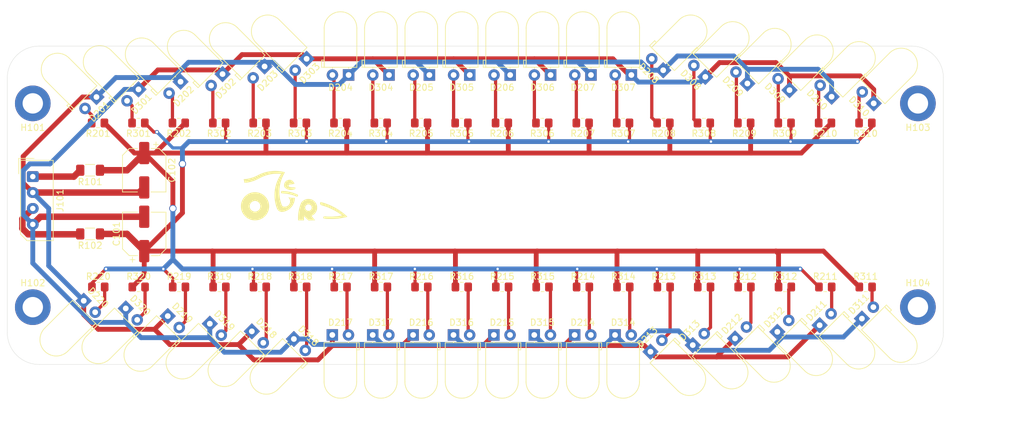
<source format=kicad_pcb>
(kicad_pcb (version 20171130) (host pcbnew 5.1.9)
  (layers (0 F.Cu signal) (31 B.Cu signal) (34 B.Paste user) (35 F.Paste user) (36 B.SilkS user) (37 F.SilkS user) (38 B.Mask user) (39 F.Mask user) (44 Edge.Cuts user))
  (net 0 "")
  (net 1 "Net-(D201-Pad2)")
  (net 2 "Net-(D202-Pad2)")
  (net 3 "Net-(D203-Pad2)")
  (net 4 "Net-(D204-Pad2)")
  (net 5 "Net-(D205-Pad2)")
  (net 6 "Net-(D206-Pad2)")
  (net 7 "Net-(D207-Pad2)")
  (net 8 "Net-(D208-Pad2)")
  (net 9 "Net-(D209-Pad2)")
  (net 10 "Net-(D210-Pad2)")
  (net 11 "Net-(D211-Pad2)")
  (net 12 "Net-(D212-Pad2)")
  (net 13 "Net-(D213-Pad2)")
  (net 14 "Net-(D214-Pad2)")
  (net 15 "Net-(D215-Pad2)")
  (net 16 "Net-(D216-Pad2)")
  (net 17 "Net-(D217-Pad2)")
  (net 18 "Net-(D218-Pad2)")
  (net 19 "Net-(D219-Pad2)")
  (net 20 "Net-(D220-Pad2)")
  (net 21 "Net-(D301-Pad2)")
  (net 22 "Net-(D302-Pad2)")
  (net 23 "Net-(D303-Pad2)")
  (net 24 "Net-(D304-Pad2)")
  (net 25 "Net-(D305-Pad2)")
  (net 26 "Net-(D306-Pad2)")
  (net 27 "Net-(D307-Pad2)")
  (net 28 "Net-(D308-Pad2)")
  (net 29 "Net-(D309-Pad2)")
  (net 30 "Net-(D310-Pad2)")
  (net 31 "Net-(D311-Pad2)")
  (net 32 "Net-(D312-Pad2)")
  (net 33 "Net-(D313-Pad2)")
  (net 34 "Net-(D314-Pad2)")
  (net 35 "Net-(D315-Pad2)")
  (net 36 "Net-(D316-Pad2)")
  (net 37 "Net-(D317-Pad2)")
  (net 38 "Net-(D318-Pad2)")
  (net 39 "Net-(D319-Pad2)")
  (net 40 "Net-(D320-Pad2)")
  (net 41 /RLED-)
  (net 42 /RED_LEDS/RLED+)
  (net 43 /GRN_LEDS/GLED+)
  (net 44 /GLED-)
  (net 45 /RLED+)
  (net 46 /GLED+)
  (module Connector_Molex:Molex_SPOX_5267-04A_1x04_P2.50mm_Vertical (layer F.Cu) (at 70 76.5 270)
    (fp_text reference J101 (at 3.75 -4.3 90) (layer F.SilkS))
    (fp_text value Conn_01x04_Male)
    (pad 4 thru_hole oval (at 7.5 0 270) (size 1.7 1.85) (drill 0.85) (layers *.Cu *.Mask) (net 41 /RLED-))
    (pad 3 thru_hole oval (at 5 0 270) (size 1.7 1.85) (drill 0.85) (layers *.Cu *.Mask) (net 45 /RLED+))
    (pad 2 thru_hole oval (at 2.5 0 270) (size 1.7 1.85) (drill 0.85) (layers *.Cu *.Mask) (net 44 /GLED-))
    (pad 1 thru_hole roundrect (at 0 0 270) (size 1.7 1.85) (drill 0.85) (layers *.Cu *.Mask) (roundrect_rratio 0.147059) (net 46 /GLED+))
  )
  (module TSAL_LED_V2:OUR_logo_20x10mm (layer F.Cu) (at 111 79.5)
    (fp_text reference G*** hide)
    (fp_text value LOGO hide)
  )
  (module Resistor_SMD:R_1206_3216Metric_Pad1.30x1.75mm_HandSolder (layer F.Cu) (at 79 85.5 180)
    (fp_text reference R102 (at 0 -1.82) (layer F.SilkS))
    (fp_text value "TUNE, <300R")
    (pad 2 smd roundrect (at 1.55 0 180) (size 1.3 1.75) (layers F.Cu F.Paste F.Mask) (roundrect_rratio 0.192308) (net 45 /RLED+))
    (pad 1 smd roundrect (at -1.55 0 180) (size 1.3 1.75) (layers F.Cu F.Paste F.Mask) (roundrect_rratio 0.192308) (net 42 /RED_LEDS/RLED+))
  )
  (module Resistor_SMD:R_1206_3216Metric_Pad1.30x1.75mm_HandSolder (layer F.Cu) (at 79 75.5 180)
    (fp_text reference R101 (at 0 -1.82) (layer F.SilkS))
    (fp_text value "TUNE, <100R")
    (pad 2 smd roundrect (at 1.55 0 180) (size 1.3 1.75) (layers F.Cu F.Paste F.Mask) (roundrect_rratio 0.192308) (net 46 /GLED+))
    (pad 1 smd roundrect (at -1.55 0 180) (size 1.3 1.75) (layers F.Cu F.Paste F.Mask) (roundrect_rratio 0.192308) (net 43 /GRN_LEDS/GLED+))
  )
  (module MountingHole:MountingHole_3.2mm_M3_DIN965_Pad_TopBottom (layer F.Cu) (at 209 97)
    (fp_text reference H104 (at 0 -3.8) (layer F.SilkS))
    (fp_text value MountingHole)
    (pad 1 connect circle (at 0 0) (size 5.6 5.6) (layers B.Cu B.Mask))
    (pad 1 connect circle (at 0 0) (size 5.6 5.6) (layers F.Cu F.Mask))
    (pad 1 thru_hole circle (at 0 0) (size 3.6 3.6) (drill 3.2) (layers *.Cu *.Mask))
  )
  (module MountingHole:MountingHole_3.2mm_M3_DIN965_Pad_TopBottom (layer F.Cu) (at 209 65 180)
    (fp_text reference H103 (at 0 -3.8) (layer F.SilkS))
    (fp_text value MountingHole)
    (pad 1 connect circle (at 0 0 180) (size 5.6 5.6) (layers B.Cu B.Mask))
    (pad 1 connect circle (at 0 0 180) (size 5.6 5.6) (layers F.Cu F.Mask))
    (pad 1 thru_hole circle (at 0 0 180) (size 3.6 3.6) (drill 3.2) (layers *.Cu *.Mask))
  )
  (module MountingHole:MountingHole_3.2mm_M3_DIN965_Pad_TopBottom (layer F.Cu) (at 70 97)
    (fp_text reference H102 (at 0 -3.8) (layer F.SilkS))
    (fp_text value MountingHole)
    (pad 1 connect circle (at 0 0) (size 5.6 5.6) (layers B.Cu B.Mask))
    (pad 1 connect circle (at 0 0) (size 5.6 5.6) (layers F.Cu F.Mask))
    (pad 1 thru_hole circle (at 0 0) (size 3.6 3.6) (drill 3.2) (layers *.Cu *.Mask))
  )
  (module MountingHole:MountingHole_3.2mm_M3_DIN965_Pad_TopBottom (layer F.Cu) (at 70 65 180)
    (fp_text reference H101 (at 0 -3.8) (layer F.SilkS))
    (fp_text value MountingHole)
    (pad 1 connect circle (at 0 0 180) (size 5.6 5.6) (layers B.Cu B.Mask))
    (pad 1 connect circle (at 0 0 180) (size 5.6 5.6) (layers F.Cu F.Mask))
    (pad 1 thru_hole circle (at 0 0 180) (size 3.6 3.6) (drill 3.2) (layers *.Cu *.Mask))
  )
  (module Capacitor_SMD:CP_Elec_6.3x5.8 (layer F.Cu) (at 87.5 85.5 90)
    (fp_text reference C101 (at 0 -4.35 90) (layer F.SilkS))
    (fp_text value 100u)
    (pad 2 smd roundrect (at 2.7 0 90) (size 3.5 1.6) (layers F.Cu F.Paste F.Mask) (roundrect_rratio 0.15625) (net 41 /RLED-))
    (pad 1 smd roundrect (at -2.7 0 90) (size 3.5 1.6) (layers F.Cu F.Paste F.Mask) (roundrect_rratio 0.15625) (net 42 /RED_LEDS/RLED+))
  )
  (module Capacitor_SMD:CP_Elec_6.3x5.8 (layer F.Cu) (at 87.5 75.5 270)
    (fp_text reference C102 (at 0 -4.35 90) (layer F.SilkS))
    (fp_text value 100u)
    (pad 1 smd roundrect (at -2.7 0 270) (size 3.5 1.6) (layers F.Cu F.Paste F.Mask) (roundrect_rratio 0.15625) (net 43 /GRN_LEDS/GLED+))
    (pad 2 smd roundrect (at 2.7 0 270) (size 3.5 1.6) (layers F.Cu F.Paste F.Mask) (roundrect_rratio 0.15625) (net 44 /GLED-))
  )
  (module LED_THT:LED_D5.0mm_Horizontal_O1.27mm_Z3.0mm (layer F.Cu) (at 80 64 225)
    (fp_text reference D201 (at 1.27 -1.96 45) (layer F.SilkS))
    (fp_text value LED)
    (pad 1 thru_hole rect (at 0 0 225) (size 1.8 1.8) (drill 0.9) (layers *.Cu *.Mask) (net 44 /GLED-))
    (pad 2 thru_hole circle (at 2.54 0 225) (size 1.8 1.8) (drill 0.9) (layers *.Cu *.Mask) (net 1 "Net-(D201-Pad2)"))
  )
  (module LED_THT:LED_D5.0mm_Horizontal_O1.27mm_Z3.0mm (layer F.Cu) (at 93.2 61.6 225)
    (fp_text reference D202 (at 1.27 -1.96 45) (layer F.SilkS))
    (fp_text value LED)
    (pad 1 thru_hole rect (at 0 0 225) (size 1.8 1.8) (drill 0.9) (layers *.Cu *.Mask) (net 44 /GLED-))
    (pad 2 thru_hole circle (at 2.54 0 225) (size 1.8 1.8) (drill 0.9) (layers *.Cu *.Mask) (net 2 "Net-(D202-Pad2)"))
  )
  (module LED_THT:LED_D5.0mm_Horizontal_O1.27mm_Z3.0mm (layer F.Cu) (at 106.4 59.2 225)
    (fp_text reference D203 (at 1.27 -1.96 45) (layer F.SilkS))
    (fp_text value LED)
    (pad 2 thru_hole circle (at 2.54 0 225) (size 1.8 1.8) (drill 0.9) (layers *.Cu *.Mask) (net 3 "Net-(D203-Pad2)"))
    (pad 1 thru_hole rect (at 0 0 225) (size 1.8 1.8) (drill 0.9) (layers *.Cu *.Mask) (net 44 /GLED-))
  )
  (module LED_THT:LED_D5.0mm_Horizontal_O1.27mm_Z3.0mm (layer F.Cu) (at 119.595172 60.543479 180)
    (fp_text reference D204 (at 1.27 -1.96) (layer F.SilkS))
    (fp_text value LED)
    (pad 2 thru_hole circle (at 2.54 0 180) (size 1.8 1.8) (drill 0.9) (layers *.Cu *.Mask) (net 4 "Net-(D204-Pad2)"))
    (pad 1 thru_hole rect (at 0 0 180) (size 1.8 1.8) (drill 0.9) (layers *.Cu *.Mask) (net 44 /GLED-))
  )
  (module LED_THT:LED_D5.0mm_Horizontal_O1.27mm_Z3.0mm (layer F.Cu) (at 132.281414 60.543479 180)
    (fp_text reference D205 (at 1.27 -1.96) (layer F.SilkS))
    (fp_text value LED)
    (pad 1 thru_hole rect (at 0 0 180) (size 1.8 1.8) (drill 0.9) (layers *.Cu *.Mask) (net 44 /GLED-))
    (pad 2 thru_hole circle (at 2.54 0 180) (size 1.8 1.8) (drill 0.9) (layers *.Cu *.Mask) (net 5 "Net-(D205-Pad2)"))
  )
  (module LED_THT:LED_D5.0mm_Horizontal_O1.27mm_Z3.0mm (layer F.Cu) (at 144.967656 60.543479 180)
    (fp_text reference D206 (at 1.27 -1.96) (layer F.SilkS))
    (fp_text value LED)
    (pad 2 thru_hole circle (at 2.54 0 180) (size 1.8 1.8) (drill 0.9) (layers *.Cu *.Mask) (net 6 "Net-(D206-Pad2)"))
    (pad 1 thru_hole rect (at 0 0 180) (size 1.8 1.8) (drill 0.9) (layers *.Cu *.Mask) (net 44 /GLED-))
  )
  (module LED_THT:LED_D5.0mm_Horizontal_O1.27mm_Z3.0mm (layer F.Cu) (at 157.653898 60.543479 180)
    (fp_text reference D207 (at 1.27 -1.96) (layer F.SilkS))
    (fp_text value LED)
    (pad 2 thru_hole circle (at 2.54 0 180) (size 1.8 1.8) (drill 0.9) (layers *.Cu *.Mask) (net 7 "Net-(D207-Pad2)"))
    (pad 1 thru_hole rect (at 0 0 180) (size 1.8 1.8) (drill 0.9) (layers *.Cu *.Mask) (net 44 /GLED-))
  )
  (module LED_THT:LED_D5.0mm_Horizontal_O1.27mm_Z3.0mm (layer F.Cu) (at 169 59.796051 135)
    (fp_text reference D208 (at 1.27 -1.96 135) (layer F.SilkS))
    (fp_text value LED)
    (pad 1 thru_hole rect (at 0 0 135) (size 1.8 1.8) (drill 0.9) (layers *.Cu *.Mask) (net 44 /GLED-))
    (pad 2 thru_hole circle (at 2.54 0 135) (size 1.8 1.8) (drill 0.9) (layers *.Cu *.Mask) (net 8 "Net-(D208-Pad2)"))
  )
  (module LED_THT:LED_D5.0mm_Horizontal_O1.27mm_Z3.0mm (layer F.Cu) (at 182.222296 61.877629 135)
    (fp_text reference D209 (at 1.27 -1.96 135) (layer F.SilkS))
    (fp_text value LED)
    (pad 1 thru_hole rect (at 0 0 135) (size 1.8 1.8) (drill 0.9) (layers *.Cu *.Mask) (net 44 /GLED-))
    (pad 2 thru_hole circle (at 2.54 0 135) (size 1.8 1.8) (drill 0.9) (layers *.Cu *.Mask) (net 9 "Net-(D209-Pad2)"))
  )
  (module LED_THT:LED_D5.0mm_Horizontal_O1.27mm_Z3.0mm (layer F.Cu) (at 195.444592 63.959207 135)
    (fp_text reference D210 (at 1.27 -1.96 135) (layer F.SilkS))
    (fp_text value LED)
    (pad 2 thru_hole circle (at 2.54 0 135) (size 1.8 1.8) (drill 0.9) (layers *.Cu *.Mask) (net 10 "Net-(D210-Pad2)"))
    (pad 1 thru_hole rect (at 0 0 135) (size 1.8 1.8) (drill 0.9) (layers *.Cu *.Mask) (net 44 /GLED-))
  )
  (module LED_THT:LED_D5.0mm_Horizontal_O1.27mm_Z3.0mm (layer F.Cu) (at 193.563156 99.83684 45)
    (fp_text reference D211 (at 1.27 -1.96 45) (layer F.SilkS))
    (fp_text value LED)
    (pad 2 thru_hole circle (at 2.54 0 45) (size 1.8 1.8) (drill 0.9) (layers *.Cu *.Mask) (net 11 "Net-(D211-Pad2)"))
    (pad 1 thru_hole rect (at 0 0 45) (size 1.8 1.8) (drill 0.9) (layers *.Cu *.Mask) (net 44 /GLED-))
  )
  (module LED_THT:LED_D5.0mm_Horizontal_O1.27mm_Z3.0mm (layer F.Cu) (at 180.281578 101.918418 45)
    (fp_text reference D212 (at 1.27 -1.96 45) (layer F.SilkS))
    (fp_text value LED)
    (pad 1 thru_hole rect (at 0 0 45) (size 1.8 1.8) (drill 0.9) (layers *.Cu *.Mask) (net 44 /GLED-))
    (pad 2 thru_hole circle (at 2.54 0 45) (size 1.8 1.8) (drill 0.9) (layers *.Cu *.Mask) (net 12 "Net-(D212-Pad2)"))
  )
  (module LED_THT:LED_D5.0mm_Horizontal_O1.27mm_Z3.0mm (layer F.Cu) (at 167 103.999996 45)
    (fp_text reference D213 (at 1.27 -1.96 45) (layer F.SilkS))
    (fp_text value LED)
    (pad 1 thru_hole rect (at 0 0 45) (size 1.8 1.8) (drill 0.9) (layers *.Cu *.Mask) (net 44 /GLED-))
    (pad 2 thru_hole circle (at 2.54 0 45) (size 1.8 1.8) (drill 0.9) (layers *.Cu *.Mask) (net 13 "Net-(D213-Pad2)"))
  )
  (module LED_THT:LED_D5.0mm_Horizontal_O1.27mm_Z3.0mm (layer F.Cu) (at 155.095275 101.367601)
    (fp_text reference D214 (at 1.27 -1.96) (layer F.SilkS))
    (fp_text value LED)
    (pad 2 thru_hole circle (at 2.54 0) (size 1.8 1.8) (drill 0.9) (layers *.Cu *.Mask) (net 14 "Net-(D214-Pad2)"))
    (pad 1 thru_hole rect (at 0 0) (size 1.8 1.8) (drill 0.9) (layers *.Cu *.Mask) (net 44 /GLED-))
  )
  (module LED_THT:LED_D5.0mm_Horizontal_O1.27mm_Z3.0mm (layer F.Cu) (at 142.409031 101.367601)
    (fp_text reference D215 (at 1.27 -1.96) (layer F.SilkS))
    (fp_text value LED)
    (pad 2 thru_hole circle (at 2.54 0) (size 1.8 1.8) (drill 0.9) (layers *.Cu *.Mask) (net 15 "Net-(D215-Pad2)"))
    (pad 1 thru_hole rect (at 0 0) (size 1.8 1.8) (drill 0.9) (layers *.Cu *.Mask) (net 44 /GLED-))
  )
  (module LED_THT:LED_D5.0mm_Horizontal_O1.27mm_Z3.0mm (layer F.Cu) (at 129.722787 101.367601)
    (fp_text reference D216 (at 1.27 -1.96) (layer F.SilkS))
    (fp_text value LED)
    (pad 1 thru_hole rect (at 0 0) (size 1.8 1.8) (drill 0.9) (layers *.Cu *.Mask) (net 44 /GLED-))
    (pad 2 thru_hole circle (at 2.54 0) (size 1.8 1.8) (drill 0.9) (layers *.Cu *.Mask) (net 16 "Net-(D216-Pad2)"))
  )
  (module LED_THT:LED_D5.0mm_Horizontal_O1.27mm_Z3.0mm (layer F.Cu) (at 117.036543 101.367601)
    (fp_text reference D217 (at 1.27 -1.96) (layer F.SilkS))
    (fp_text value LED)
    (pad 1 thru_hole rect (at 0 0) (size 1.8 1.8) (drill 0.9) (layers *.Cu *.Mask) (net 44 /GLED-))
    (pad 2 thru_hole circle (at 2.54 0) (size 1.8 1.8) (drill 0.9) (layers *.Cu *.Mask) (net 17 "Net-(D217-Pad2)"))
  )
  (module LED_THT:LED_D5.0mm_Horizontal_O1.27mm_Z3.0mm (layer F.Cu) (at 104.4 100.8 315)
    (fp_text reference D218 (at 1.27 -1.96 135) (layer F.SilkS))
    (fp_text value LED)
    (pad 2 thru_hole circle (at 2.54 0 315) (size 1.8 1.8) (drill 0.9) (layers *.Cu *.Mask) (net 18 "Net-(D218-Pad2)"))
    (pad 1 thru_hole rect (at 0 0 315) (size 1.8 1.8) (drill 0.9) (layers *.Cu *.Mask) (net 44 /GLED-))
  )
  (module LED_THT:LED_D5.0mm_Horizontal_O1.27mm_Z3.0mm (layer F.Cu) (at 91.2 98.4 315)
    (fp_text reference D219 (at 1.27 -1.96 135) (layer F.SilkS))
    (fp_text value LED)
    (pad 2 thru_hole circle (at 2.54 0 315) (size 1.8 1.8) (drill 0.9) (layers *.Cu *.Mask) (net 19 "Net-(D219-Pad2)"))
    (pad 1 thru_hole rect (at 0 0 315) (size 1.8 1.8) (drill 0.9) (layers *.Cu *.Mask) (net 44 /GLED-))
  )
  (module LED_THT:LED_D5.0mm_Horizontal_O1.27mm_Z3.0mm (layer F.Cu) (at 78 96 315)
    (fp_text reference D220 (at 1.27 -1.96 135) (layer F.SilkS))
    (fp_text value LED)
    (pad 1 thru_hole rect (at 0 0 315) (size 1.8 1.8) (drill 0.9) (layers *.Cu *.Mask) (net 44 /GLED-))
    (pad 2 thru_hole circle (at 2.54 0 315) (size 1.8 1.8) (drill 0.9) (layers *.Cu *.Mask) (net 20 "Net-(D220-Pad2)"))
  )
  (module LED_THT:LED_D5.0mm_Horizontal_O1.27mm_Z3.0mm (layer F.Cu) (at 86.6 62.8 225)
    (fp_text reference D301 (at 1.27 -1.96 45) (layer F.SilkS))
    (fp_text value LED)
    (pad 1 thru_hole rect (at 0 0 225) (size 1.8 1.8) (drill 0.9) (layers *.Cu *.Mask) (net 41 /RLED-))
    (pad 2 thru_hole circle (at 2.54 0 225) (size 1.8 1.8) (drill 0.9) (layers *.Cu *.Mask) (net 21 "Net-(D301-Pad2)"))
  )
  (module LED_THT:LED_D5.0mm_Horizontal_O1.27mm_Z3.0mm (layer F.Cu) (at 99.8 60.4 225)
    (fp_text reference D302 (at 1.27 -1.96 45) (layer F.SilkS))
    (fp_text value LED)
    (pad 2 thru_hole circle (at 2.54 0 225) (size 1.8 1.8) (drill 0.9) (layers *.Cu *.Mask) (net 22 "Net-(D302-Pad2)"))
    (pad 1 thru_hole rect (at 0 0 225) (size 1.8 1.8) (drill 0.9) (layers *.Cu *.Mask) (net 41 /RLED-))
  )
  (module LED_THT:LED_D5.0mm_Horizontal_O1.27mm_Z3.0mm (layer F.Cu) (at 113 58 225)
    (fp_text reference D303 (at 1.27 -1.96 45) (layer F.SilkS))
    (fp_text value LED)
    (pad 1 thru_hole rect (at 0 0 225) (size 1.8 1.8) (drill 0.9) (layers *.Cu *.Mask) (net 41 /RLED-))
    (pad 2 thru_hole circle (at 2.54 0 225) (size 1.8 1.8) (drill 0.9) (layers *.Cu *.Mask) (net 23 "Net-(D303-Pad2)"))
  )
  (module LED_THT:LED_D5.0mm_Horizontal_O1.27mm_Z3.0mm (layer F.Cu) (at 125.938293 60.543479 180)
    (fp_text reference D304 (at 1.27 -1.96) (layer F.SilkS))
    (fp_text value LED)
    (pad 1 thru_hole rect (at 0 0 180) (size 1.8 1.8) (drill 0.9) (layers *.Cu *.Mask) (net 41 /RLED-))
    (pad 2 thru_hole circle (at 2.54 0 180) (size 1.8 1.8) (drill 0.9) (layers *.Cu *.Mask) (net 24 "Net-(D304-Pad2)"))
  )
  (module LED_THT:LED_D5.0mm_Horizontal_O1.27mm_Z3.0mm (layer F.Cu) (at 138.624535 60.543479 180)
    (fp_text reference D305 (at 1.27 -1.96) (layer F.SilkS))
    (fp_text value LED)
    (pad 2 thru_hole circle (at 2.54 0 180) (size 1.8 1.8) (drill 0.9) (layers *.Cu *.Mask) (net 25 "Net-(D305-Pad2)"))
    (pad 1 thru_hole rect (at 0 0 180) (size 1.8 1.8) (drill 0.9) (layers *.Cu *.Mask) (net 41 /RLED-))
  )
  (module LED_THT:LED_D5.0mm_Horizontal_O1.27mm_Z3.0mm (layer F.Cu) (at 151.310777 60.543479 180)
    (fp_text reference D306 (at 1.27 -1.96) (layer F.SilkS))
    (fp_text value LED)
    (pad 1 thru_hole rect (at 0 0 180) (size 1.8 1.8) (drill 0.9) (layers *.Cu *.Mask) (net 41 /RLED-))
    (pad 2 thru_hole circle (at 2.54 0 180) (size 1.8 1.8) (drill 0.9) (layers *.Cu *.Mask) (net 26 "Net-(D306-Pad2)"))
  )
  (module LED_THT:LED_D5.0mm_Horizontal_O1.27mm_Z3.0mm (layer F.Cu) (at 163.997019 60.543479 180)
    (fp_text reference D307 (at 1.27 -1.96) (layer F.SilkS))
    (fp_text value LED)
    (pad 1 thru_hole rect (at 0 0 180) (size 1.8 1.8) (drill 0.9) (layers *.Cu *.Mask) (net 41 /RLED-))
    (pad 2 thru_hole circle (at 2.54 0 180) (size 1.8 1.8) (drill 0.9) (layers *.Cu *.Mask) (net 27 "Net-(D307-Pad2)"))
  )
  (module LED_THT:LED_D5.0mm_Horizontal_O1.27mm_Z3.0mm (layer F.Cu) (at 175.611148 60.83684 135)
    (fp_text reference D308 (at 1.27 -1.96 135) (layer F.SilkS))
    (fp_text value LED)
    (pad 2 thru_hole circle (at 2.54 0 135) (size 1.8 1.8) (drill 0.9) (layers *.Cu *.Mask) (net 28 "Net-(D308-Pad2)"))
    (pad 1 thru_hole rect (at 0 0 135) (size 1.8 1.8) (drill 0.9) (layers *.Cu *.Mask) (net 41 /RLED-))
  )
  (module LED_THT:LED_D5.0mm_Horizontal_O1.27mm_Z3.0mm (layer F.Cu) (at 188.833444 62.918418 135)
    (fp_text reference D309 (at 1.27 -1.96 135) (layer F.SilkS))
    (fp_text value LED)
    (pad 2 thru_hole circle (at 2.54 0 135) (size 1.8 1.8) (drill 0.9) (layers *.Cu *.Mask) (net 29 "Net-(D309-Pad2)"))
    (pad 1 thru_hole rect (at 0 0 135) (size 1.8 1.8) (drill 0.9) (layers *.Cu *.Mask) (net 41 /RLED-))
  )
  (module LED_THT:LED_D5.0mm_Horizontal_O1.27mm_Z3.0mm (layer F.Cu) (at 202.05574 64.999996 135)
    (fp_text reference D310 (at 1.27 -1.96 135) (layer F.SilkS))
    (fp_text value LED)
    (pad 2 thru_hole circle (at 2.54 0 135) (size 1.8 1.8) (drill 0.9) (layers *.Cu *.Mask) (net 30 "Net-(D310-Pad2)"))
    (pad 1 thru_hole rect (at 0 0 135) (size 1.8 1.8) (drill 0.9) (layers *.Cu *.Mask) (net 41 /RLED-))
  )
  (module LED_THT:LED_D5.0mm_Horizontal_O1.27mm_Z3.0mm (layer F.Cu) (at 200.203945 98.796051 45)
    (fp_text reference D311 (at 1.27 -1.96 45) (layer F.SilkS))
    (fp_text value LED)
    (pad 1 thru_hole rect (at 0 0 45) (size 1.8 1.8) (drill 0.9) (layers *.Cu *.Mask) (net 41 /RLED-))
    (pad 2 thru_hole circle (at 2.54 0 45) (size 1.8 1.8) (drill 0.9) (layers *.Cu *.Mask) (net 31 "Net-(D311-Pad2)"))
  )
  (module LED_THT:LED_D5.0mm_Horizontal_O1.27mm_Z3.0mm (layer F.Cu) (at 186.922367 100.877629 45)
    (fp_text reference D312 (at 1.27 -1.96 45) (layer F.SilkS))
    (fp_text value LED)
    (pad 1 thru_hole rect (at 0 0 45) (size 1.8 1.8) (drill 0.9) (layers *.Cu *.Mask) (net 41 /RLED-))
    (pad 2 thru_hole circle (at 2.54 0 45) (size 1.8 1.8) (drill 0.9) (layers *.Cu *.Mask) (net 32 "Net-(D312-Pad2)"))
  )
  (module LED_THT:LED_D5.0mm_Horizontal_O1.27mm_Z3.0mm (layer F.Cu) (at 173.640789 102.959207 45)
    (fp_text reference D313 (at 1.27 -1.96 45) (layer F.SilkS))
    (fp_text value LED)
    (pad 2 thru_hole circle (at 2.54 0 45) (size 1.8 1.8) (drill 0.9) (layers *.Cu *.Mask) (net 33 "Net-(D313-Pad2)"))
    (pad 1 thru_hole rect (at 0 0 45) (size 1.8 1.8) (drill 0.9) (layers *.Cu *.Mask) (net 41 /RLED-))
  )
  (module LED_THT:LED_D5.0mm_Horizontal_O1.27mm_Z3.0mm (layer F.Cu) (at 161.438397 101.367601)
    (fp_text reference D314 (at 1.27 -1.96) (layer F.SilkS))
    (fp_text value LED)
    (pad 2 thru_hole circle (at 2.54 0) (size 1.8 1.8) (drill 0.9) (layers *.Cu *.Mask) (net 34 "Net-(D314-Pad2)"))
    (pad 1 thru_hole rect (at 0 0) (size 1.8 1.8) (drill 0.9) (layers *.Cu *.Mask) (net 41 /RLED-))
  )
  (module LED_THT:LED_D5.0mm_Horizontal_O1.27mm_Z3.0mm (layer F.Cu) (at 148.752153 101.367601)
    (fp_text reference D315 (at 1.27 -1.96) (layer F.SilkS))
    (fp_text value LED)
    (pad 1 thru_hole rect (at 0 0) (size 1.8 1.8) (drill 0.9) (layers *.Cu *.Mask) (net 41 /RLED-))
    (pad 2 thru_hole circle (at 2.54 0) (size 1.8 1.8) (drill 0.9) (layers *.Cu *.Mask) (net 35 "Net-(D315-Pad2)"))
  )
  (module LED_THT:LED_D5.0mm_Horizontal_O1.27mm_Z3.0mm (layer F.Cu) (at 136.065909 101.367601)
    (fp_text reference D316 (at 1.27 -1.96) (layer F.SilkS))
    (fp_text value LED)
    (pad 2 thru_hole circle (at 2.54 0) (size 1.8 1.8) (drill 0.9) (layers *.Cu *.Mask) (net 36 "Net-(D316-Pad2)"))
    (pad 1 thru_hole rect (at 0 0) (size 1.8 1.8) (drill 0.9) (layers *.Cu *.Mask) (net 41 /RLED-))
  )
  (module LED_THT:LED_D5.0mm_Horizontal_O1.27mm_Z3.0mm (layer F.Cu) (at 123.379665 101.367601)
    (fp_text reference D317 (at 1.27 -1.96) (layer F.SilkS))
    (fp_text value LED)
    (pad 2 thru_hole circle (at 2.54 0) (size 1.8 1.8) (drill 0.9) (layers *.Cu *.Mask) (net 37 "Net-(D317-Pad2)"))
    (pad 1 thru_hole rect (at 0 0) (size 1.8 1.8) (drill 0.9) (layers *.Cu *.Mask) (net 41 /RLED-))
  )
  (module LED_THT:LED_D5.0mm_Horizontal_O1.27mm_Z3.0mm (layer F.Cu) (at 111 102 315)
    (fp_text reference D318 (at 1.27 -1.96 135) (layer F.SilkS))
    (fp_text value LED)
    (pad 1 thru_hole rect (at 0 0 315) (size 1.8 1.8) (drill 0.9) (layers *.Cu *.Mask) (net 41 /RLED-))
    (pad 2 thru_hole circle (at 2.54 0 315) (size 1.8 1.8) (drill 0.9) (layers *.Cu *.Mask) (net 38 "Net-(D318-Pad2)"))
  )
  (module LED_THT:LED_D5.0mm_Horizontal_O1.27mm_Z3.0mm (layer F.Cu) (at 97.8 99.6 315)
    (fp_text reference D319 (at 1.27 -1.96 135) (layer F.SilkS))
    (fp_text value LED)
    (pad 1 thru_hole rect (at 0 0 315) (size 1.8 1.8) (drill 0.9) (layers *.Cu *.Mask) (net 41 /RLED-))
    (pad 2 thru_hole circle (at 2.54 0 315) (size 1.8 1.8) (drill 0.9) (layers *.Cu *.Mask) (net 39 "Net-(D319-Pad2)"))
  )
  (module LED_THT:LED_D5.0mm_Horizontal_O1.27mm_Z3.0mm (layer F.Cu) (at 84.6 97.2 315)
    (fp_text reference D320 (at 1.27 -1.96 135) (layer F.SilkS))
    (fp_text value LED)
    (pad 2 thru_hole circle (at 2.54 0 315) (size 1.8 1.8) (drill 0.9) (layers *.Cu *.Mask) (net 40 "Net-(D320-Pad2)"))
    (pad 1 thru_hole rect (at 0 0 315) (size 1.8 1.8) (drill 0.9) (layers *.Cu *.Mask) (net 41 /RLED-))
  )
  (module Resistor_SMD:R_0805_2012Metric_Pad1.20x1.40mm_HandSolder (layer F.Cu) (at 80.246564 68.07848 180)
    (fp_text reference R201 (at 0 -1.65) (layer F.SilkS))
    (fp_text value 33R)
    (pad 2 smd roundrect (at 1 0 180) (size 1.2 1.4) (layers F.Cu F.Paste F.Mask) (roundrect_rratio 0.208333) (net 1 "Net-(D201-Pad2)"))
    (pad 1 smd roundrect (at -1 0 180) (size 1.2 1.4) (layers F.Cu F.Paste F.Mask) (roundrect_rratio 0.208333) (net 43 /GRN_LEDS/GLED+))
  )
  (module Resistor_SMD:R_0805_2012Metric_Pad1.20x1.40mm_HandSolder (layer F.Cu) (at 92.93181 68.07848 180)
    (fp_text reference R202 (at 0 -1.65) (layer F.SilkS))
    (fp_text value 33R)
    (pad 1 smd roundrect (at -1 0 180) (size 1.2 1.4) (layers F.Cu F.Paste F.Mask) (roundrect_rratio 0.208333) (net 43 /GRN_LEDS/GLED+))
    (pad 2 smd roundrect (at 1 0 180) (size 1.2 1.4) (layers F.Cu F.Paste F.Mask) (roundrect_rratio 0.208333) (net 2 "Net-(D202-Pad2)"))
  )
  (module Resistor_SMD:R_0805_2012Metric_Pad1.20x1.40mm_HandSolder (layer F.Cu) (at 105.617056 68.07848 180)
    (fp_text reference R203 (at 0 -1.65) (layer F.SilkS))
    (fp_text value 33R)
    (pad 1 smd roundrect (at -1 0 180) (size 1.2 1.4) (layers F.Cu F.Paste F.Mask) (roundrect_rratio 0.208333) (net 43 /GRN_LEDS/GLED+))
    (pad 2 smd roundrect (at 1 0 180) (size 1.2 1.4) (layers F.Cu F.Paste F.Mask) (roundrect_rratio 0.208333) (net 3 "Net-(D203-Pad2)"))
  )
  (module Resistor_SMD:R_0805_2012Metric_Pad1.20x1.40mm_HandSolder (layer F.Cu) (at 118.302302 68.07848 180)
    (fp_text reference R204 (at 0 -1.65) (layer F.SilkS))
    (fp_text value 33R)
    (pad 2 smd roundrect (at 1 0 180) (size 1.2 1.4) (layers F.Cu F.Paste F.Mask) (roundrect_rratio 0.208333) (net 4 "Net-(D204-Pad2)"))
    (pad 1 smd roundrect (at -1 0 180) (size 1.2 1.4) (layers F.Cu F.Paste F.Mask) (roundrect_rratio 0.208333) (net 43 /GRN_LEDS/GLED+))
  )
  (module Resistor_SMD:R_0805_2012Metric_Pad1.20x1.40mm_HandSolder (layer F.Cu) (at 130.987548 68.07848 180)
    (fp_text reference R205 (at 0 -1.65) (layer F.SilkS))
    (fp_text value 33R)
    (pad 1 smd roundrect (at -1 0 180) (size 1.2 1.4) (layers F.Cu F.Paste F.Mask) (roundrect_rratio 0.208333) (net 43 /GRN_LEDS/GLED+))
    (pad 2 smd roundrect (at 1 0 180) (size 1.2 1.4) (layers F.Cu F.Paste F.Mask) (roundrect_rratio 0.208333) (net 5 "Net-(D205-Pad2)"))
  )
  (module Resistor_SMD:R_0805_2012Metric_Pad1.20x1.40mm_HandSolder (layer F.Cu) (at 143.672794 68.07848 180)
    (fp_text reference R206 (at 0 -1.65) (layer F.SilkS))
    (fp_text value 33R)
    (pad 1 smd roundrect (at -1 0 180) (size 1.2 1.4) (layers F.Cu F.Paste F.Mask) (roundrect_rratio 0.208333) (net 43 /GRN_LEDS/GLED+))
    (pad 2 smd roundrect (at 1 0 180) (size 1.2 1.4) (layers F.Cu F.Paste F.Mask) (roundrect_rratio 0.208333) (net 6 "Net-(D206-Pad2)"))
  )
  (module Resistor_SMD:R_0805_2012Metric_Pad1.20x1.40mm_HandSolder (layer F.Cu) (at 156.35804 68.07848 180)
    (fp_text reference R207 (at 0 -1.65) (layer F.SilkS))
    (fp_text value 33R)
    (pad 2 smd roundrect (at 1 0 180) (size 1.2 1.4) (layers F.Cu F.Paste F.Mask) (roundrect_rratio 0.208333) (net 7 "Net-(D207-Pad2)"))
    (pad 1 smd roundrect (at -1 0 180) (size 1.2 1.4) (layers F.Cu F.Paste F.Mask) (roundrect_rratio 0.208333) (net 43 /GRN_LEDS/GLED+))
  )
  (module Resistor_SMD:R_0805_2012Metric_Pad1.20x1.40mm_HandSolder (layer F.Cu) (at 169.043286 68.07848 180)
    (fp_text reference R208 (at 0 -1.65) (layer F.SilkS))
    (fp_text value 33R)
    (pad 1 smd roundrect (at -1 0 180) (size 1.2 1.4) (layers F.Cu F.Paste F.Mask) (roundrect_rratio 0.208333) (net 43 /GRN_LEDS/GLED+))
    (pad 2 smd roundrect (at 1 0 180) (size 1.2 1.4) (layers F.Cu F.Paste F.Mask) (roundrect_rratio 0.208333) (net 8 "Net-(D208-Pad2)"))
  )
  (module Resistor_SMD:R_0805_2012Metric_Pad1.20x1.40mm_HandSolder (layer F.Cu) (at 181.728532 68.07848 180)
    (fp_text reference R209 (at 0 -1.65) (layer F.SilkS))
    (fp_text value 33R)
    (pad 1 smd roundrect (at -1 0 180) (size 1.2 1.4) (layers F.Cu F.Paste F.Mask) (roundrect_rratio 0.208333) (net 43 /GRN_LEDS/GLED+))
    (pad 2 smd roundrect (at 1 0 180) (size 1.2 1.4) (layers F.Cu F.Paste F.Mask) (roundrect_rratio 0.208333) (net 9 "Net-(D209-Pad2)"))
  )
  (module Resistor_SMD:R_0805_2012Metric_Pad1.20x1.40mm_HandSolder (layer F.Cu) (at 194.413778 68.07848 180)
    (fp_text reference R210 (at 0 -1.65) (layer F.SilkS))
    (fp_text value 33R)
    (pad 2 smd roundrect (at 1 0 180) (size 1.2 1.4) (layers F.Cu F.Paste F.Mask) (roundrect_rratio 0.208333) (net 10 "Net-(D210-Pad2)"))
    (pad 1 smd roundrect (at -1 0 180) (size 1.2 1.4) (layers F.Cu F.Paste F.Mask) (roundrect_rratio 0.208333) (net 43 /GRN_LEDS/GLED+))
  )
  (module Resistor_SMD:R_0805_2012Metric_Pad1.20x1.40mm_HandSolder (layer F.Cu) (at 194.454906 93.8326)
    (fp_text reference R211 (at 0 -1.65) (layer F.SilkS))
    (fp_text value 33R)
    (pad 2 smd roundrect (at 1 0) (size 1.2 1.4) (layers F.Cu F.Paste F.Mask) (roundrect_rratio 0.208333) (net 11 "Net-(D211-Pad2)"))
    (pad 1 smd roundrect (at -1 0) (size 1.2 1.4) (layers F.Cu F.Paste F.Mask) (roundrect_rratio 0.208333) (net 43 /GRN_LEDS/GLED+))
  )
  (module Resistor_SMD:R_0805_2012Metric_Pad1.20x1.40mm_HandSolder (layer F.Cu) (at 181.769658 93.8326)
    (fp_text reference R212 (at 0 -1.65) (layer F.SilkS))
    (fp_text value 33R)
    (pad 2 smd roundrect (at 1 0) (size 1.2 1.4) (layers F.Cu F.Paste F.Mask) (roundrect_rratio 0.208333) (net 12 "Net-(D212-Pad2)"))
    (pad 1 smd roundrect (at -1 0) (size 1.2 1.4) (layers F.Cu F.Paste F.Mask) (roundrect_rratio 0.208333) (net 43 /GRN_LEDS/GLED+))
  )
  (module Resistor_SMD:R_0805_2012Metric_Pad1.20x1.40mm_HandSolder (layer F.Cu) (at 169.08441 93.8326)
    (fp_text reference R213 (at 0 -1.65) (layer F.SilkS))
    (fp_text value 33R)
    (pad 1 smd roundrect (at -1 0) (size 1.2 1.4) (layers F.Cu F.Paste F.Mask) (roundrect_rratio 0.208333) (net 43 /GRN_LEDS/GLED+))
    (pad 2 smd roundrect (at 1 0) (size 1.2 1.4) (layers F.Cu F.Paste F.Mask) (roundrect_rratio 0.208333) (net 13 "Net-(D213-Pad2)"))
  )
  (module Resistor_SMD:R_0805_2012Metric_Pad1.20x1.40mm_HandSolder (layer F.Cu) (at 156.399162 93.8326)
    (fp_text reference R214 (at 0 -1.65) (layer F.SilkS))
    (fp_text value 33R)
    (pad 1 smd roundrect (at -1 0) (size 1.2 1.4) (layers F.Cu F.Paste F.Mask) (roundrect_rratio 0.208333) (net 43 /GRN_LEDS/GLED+))
    (pad 2 smd roundrect (at 1 0) (size 1.2 1.4) (layers F.Cu F.Paste F.Mask) (roundrect_rratio 0.208333) (net 14 "Net-(D214-Pad2)"))
  )
  (module Resistor_SMD:R_0805_2012Metric_Pad1.20x1.40mm_HandSolder (layer F.Cu) (at 143.713914 93.8326)
    (fp_text reference R215 (at 0 -1.65) (layer F.SilkS))
    (fp_text value 33R)
    (pad 2 smd roundrect (at 1 0) (size 1.2 1.4) (layers F.Cu F.Paste F.Mask) (roundrect_rratio 0.208333) (net 15 "Net-(D215-Pad2)"))
    (pad 1 smd roundrect (at -1 0) (size 1.2 1.4) (layers F.Cu F.Paste F.Mask) (roundrect_rratio 0.208333) (net 43 /GRN_LEDS/GLED+))
  )
  (module Resistor_SMD:R_0805_2012Metric_Pad1.20x1.40mm_HandSolder (layer F.Cu) (at 131.028666 93.8326)
    (fp_text reference R216 (at 0 -1.65) (layer F.SilkS))
    (fp_text value 33R)
    (pad 2 smd roundrect (at 1 0) (size 1.2 1.4) (layers F.Cu F.Paste F.Mask) (roundrect_rratio 0.208333) (net 16 "Net-(D216-Pad2)"))
    (pad 1 smd roundrect (at -1 0) (size 1.2 1.4) (layers F.Cu F.Paste F.Mask) (roundrect_rratio 0.208333) (net 43 /GRN_LEDS/GLED+))
  )
  (module Resistor_SMD:R_0805_2012Metric_Pad1.20x1.40mm_HandSolder (layer F.Cu) (at 118.343418 93.8326)
    (fp_text reference R217 (at 0 -1.65) (layer F.SilkS))
    (fp_text value 33R)
    (pad 1 smd roundrect (at -1 0) (size 1.2 1.4) (layers F.Cu F.Paste F.Mask) (roundrect_rratio 0.208333) (net 43 /GRN_LEDS/GLED+))
    (pad 2 smd roundrect (at 1 0) (size 1.2 1.4) (layers F.Cu F.Paste F.Mask) (roundrect_rratio 0.208333) (net 17 "Net-(D217-Pad2)"))
  )
  (module Resistor_SMD:R_0805_2012Metric_Pad1.20x1.40mm_HandSolder (layer F.Cu) (at 105.65817 93.8326)
    (fp_text reference R218 (at 0 -1.65) (layer F.SilkS))
    (fp_text value 33R)
    (pad 1 smd roundrect (at -1 0) (size 1.2 1.4) (layers F.Cu F.Paste F.Mask) (roundrect_rratio 0.208333) (net 43 /GRN_LEDS/GLED+))
    (pad 2 smd roundrect (at 1 0) (size 1.2 1.4) (layers F.Cu F.Paste F.Mask) (roundrect_rratio 0.208333) (net 18 "Net-(D218-Pad2)"))
  )
  (module Resistor_SMD:R_0805_2012Metric_Pad1.20x1.40mm_HandSolder (layer F.Cu) (at 92.972922 93.8326)
    (fp_text reference R219 (at 0 -1.65) (layer F.SilkS))
    (fp_text value 33R)
    (pad 2 smd roundrect (at 1 0) (size 1.2 1.4) (layers F.Cu F.Paste F.Mask) (roundrect_rratio 0.208333) (net 19 "Net-(D219-Pad2)"))
    (pad 1 smd roundrect (at -1 0) (size 1.2 1.4) (layers F.Cu F.Paste F.Mask) (roundrect_rratio 0.208333) (net 43 /GRN_LEDS/GLED+))
  )
  (module Resistor_SMD:R_0805_2012Metric_Pad1.20x1.40mm_HandSolder (layer F.Cu) (at 80.287674 93.8326)
    (fp_text reference R220 (at 0 -1.65) (layer F.SilkS))
    (fp_text value 33R)
    (pad 2 smd roundrect (at 1 0) (size 1.2 1.4) (layers F.Cu F.Paste F.Mask) (roundrect_rratio 0.208333) (net 20 "Net-(D220-Pad2)"))
    (pad 1 smd roundrect (at -1 0) (size 1.2 1.4) (layers F.Cu F.Paste F.Mask) (roundrect_rratio 0.208333) (net 43 /GRN_LEDS/GLED+))
  )
  (module Resistor_SMD:R_0805_2012Metric_Pad1.20x1.40mm_HandSolder (layer F.Cu) (at 86.589187 68.07848 180)
    (fp_text reference R301 (at 0 -1.65) (layer F.SilkS))
    (fp_text value 100R)
    (pad 1 smd roundrect (at -1 0 180) (size 1.2 1.4) (layers F.Cu F.Paste F.Mask) (roundrect_rratio 0.208333) (net 42 /RED_LEDS/RLED+))
    (pad 2 smd roundrect (at 1 0 180) (size 1.2 1.4) (layers F.Cu F.Paste F.Mask) (roundrect_rratio 0.208333) (net 21 "Net-(D301-Pad2)"))
  )
  (module Resistor_SMD:R_0805_2012Metric_Pad1.20x1.40mm_HandSolder (layer F.Cu) (at 99.274433 68.07848 180)
    (fp_text reference R302 (at 0 -1.65) (layer F.SilkS))
    (fp_text value 100R)
    (pad 2 smd roundrect (at 1 0 180) (size 1.2 1.4) (layers F.Cu F.Paste F.Mask) (roundrect_rratio 0.208333) (net 22 "Net-(D302-Pad2)"))
    (pad 1 smd roundrect (at -1 0 180) (size 1.2 1.4) (layers F.Cu F.Paste F.Mask) (roundrect_rratio 0.208333) (net 42 /RED_LEDS/RLED+))
  )
  (module Resistor_SMD:R_0805_2012Metric_Pad1.20x1.40mm_HandSolder (layer F.Cu) (at 111.959679 68.07848 180)
    (fp_text reference R303 (at 0 -1.65) (layer F.SilkS))
    (fp_text value 100R)
    (pad 2 smd roundrect (at 1 0 180) (size 1.2 1.4) (layers F.Cu F.Paste F.Mask) (roundrect_rratio 0.208333) (net 23 "Net-(D303-Pad2)"))
    (pad 1 smd roundrect (at -1 0 180) (size 1.2 1.4) (layers F.Cu F.Paste F.Mask) (roundrect_rratio 0.208333) (net 42 /RED_LEDS/RLED+))
  )
  (module Resistor_SMD:R_0805_2012Metric_Pad1.20x1.40mm_HandSolder (layer F.Cu) (at 124.644925 68.07848 180)
    (fp_text reference R304 (at 0 -1.65) (layer F.SilkS))
    (fp_text value 100R)
    (pad 1 smd roundrect (at -1 0 180) (size 1.2 1.4) (layers F.Cu F.Paste F.Mask) (roundrect_rratio 0.208333) (net 42 /RED_LEDS/RLED+))
    (pad 2 smd roundrect (at 1 0 180) (size 1.2 1.4) (layers F.Cu F.Paste F.Mask) (roundrect_rratio 0.208333) (net 24 "Net-(D304-Pad2)"))
  )
  (module Resistor_SMD:R_0805_2012Metric_Pad1.20x1.40mm_HandSolder (layer F.Cu) (at 137.330171 68.07848 180)
    (fp_text reference R305 (at 0 -1.65) (layer F.SilkS))
    (fp_text value 100R)
    (pad 1 smd roundrect (at -1 0 180) (size 1.2 1.4) (layers F.Cu F.Paste F.Mask) (roundrect_rratio 0.208333) (net 42 /RED_LEDS/RLED+))
    (pad 2 smd roundrect (at 1 0 180) (size 1.2 1.4) (layers F.Cu F.Paste F.Mask) (roundrect_rratio 0.208333) (net 25 "Net-(D305-Pad2)"))
  )
  (module Resistor_SMD:R_0805_2012Metric_Pad1.20x1.40mm_HandSolder (layer F.Cu) (at 150.015417 68.07848 180)
    (fp_text reference R306 (at 0 -1.65) (layer F.SilkS))
    (fp_text value 100R)
    (pad 2 smd roundrect (at 1 0 180) (size 1.2 1.4) (layers F.Cu F.Paste F.Mask) (roundrect_rratio 0.208333) (net 26 "Net-(D306-Pad2)"))
    (pad 1 smd roundrect (at -1 0 180) (size 1.2 1.4) (layers F.Cu F.Paste F.Mask) (roundrect_rratio 0.208333) (net 42 /RED_LEDS/RLED+))
  )
  (module Resistor_SMD:R_0805_2012Metric_Pad1.20x1.40mm_HandSolder (layer F.Cu) (at 162.700663 68.07848 180)
    (fp_text reference R307 (at 0 -1.65) (layer F.SilkS))
    (fp_text value 100R)
    (pad 1 smd roundrect (at -1 0 180) (size 1.2 1.4) (layers F.Cu F.Paste F.Mask) (roundrect_rratio 0.208333) (net 42 /RED_LEDS/RLED+))
    (pad 2 smd roundrect (at 1 0 180) (size 1.2 1.4) (layers F.Cu F.Paste F.Mask) (roundrect_rratio 0.208333) (net 27 "Net-(D307-Pad2)"))
  )
  (module Resistor_SMD:R_0805_2012Metric_Pad1.20x1.40mm_HandSolder (layer F.Cu) (at 175.385909 68.07848 180)
    (fp_text reference R308 (at 0 -1.65) (layer F.SilkS))
    (fp_text value 100R)
    (pad 1 smd roundrect (at -1 0 180) (size 1.2 1.4) (layers F.Cu F.Paste F.Mask) (roundrect_rratio 0.208333) (net 42 /RED_LEDS/RLED+))
    (pad 2 smd roundrect (at 1 0 180) (size 1.2 1.4) (layers F.Cu F.Paste F.Mask) (roundrect_rratio 0.208333) (net 28 "Net-(D308-Pad2)"))
  )
  (module Resistor_SMD:R_0805_2012Metric_Pad1.20x1.40mm_HandSolder (layer F.Cu) (at 188.071155 68.07848 180)
    (fp_text reference R309 (at 0 -1.65) (layer F.SilkS))
    (fp_text value 100R)
    (pad 2 smd roundrect (at 1 0 180) (size 1.2 1.4) (layers F.Cu F.Paste F.Mask) (roundrect_rratio 0.208333) (net 29 "Net-(D309-Pad2)"))
    (pad 1 smd roundrect (at -1 0 180) (size 1.2 1.4) (layers F.Cu F.Paste F.Mask) (roundrect_rratio 0.208333) (net 42 /RED_LEDS/RLED+))
  )
  (module Resistor_SMD:R_0805_2012Metric_Pad1.20x1.40mm_HandSolder (layer F.Cu) (at 200.75641 68.07848 180)
    (fp_text reference R310 (at 0 -1.65) (layer F.SilkS))
    (fp_text value 100R)
    (pad 2 smd roundrect (at 1 0 180) (size 1.2 1.4) (layers F.Cu F.Paste F.Mask) (roundrect_rratio 0.208333) (net 30 "Net-(D310-Pad2)"))
    (pad 1 smd roundrect (at -1 0 180) (size 1.2 1.4) (layers F.Cu F.Paste F.Mask) (roundrect_rratio 0.208333) (net 42 /RED_LEDS/RLED+))
  )
  (module Resistor_SMD:R_0805_2012Metric_Pad1.20x1.40mm_HandSolder (layer F.Cu) (at 200.797536 93.8326)
    (fp_text reference R311 (at 0 -1.65) (layer F.SilkS))
    (fp_text value 100R)
    (pad 1 smd roundrect (at -1 0) (size 1.2 1.4) (layers F.Cu F.Paste F.Mask) (roundrect_rratio 0.208333) (net 42 /RED_LEDS/RLED+))
    (pad 2 smd roundrect (at 1 0) (size 1.2 1.4) (layers F.Cu F.Paste F.Mask) (roundrect_rratio 0.208333) (net 31 "Net-(D311-Pad2)"))
  )
  (module Resistor_SMD:R_0805_2012Metric_Pad1.20x1.40mm_HandSolder (layer F.Cu) (at 188.112282 93.8326)
    (fp_text reference R312 (at 0 -1.65) (layer F.SilkS))
    (fp_text value 100R)
    (pad 2 smd roundrect (at 1 0) (size 1.2 1.4) (layers F.Cu F.Paste F.Mask) (roundrect_rratio 0.208333) (net 32 "Net-(D312-Pad2)"))
    (pad 1 smd roundrect (at -1 0) (size 1.2 1.4) (layers F.Cu F.Paste F.Mask) (roundrect_rratio 0.208333) (net 42 /RED_LEDS/RLED+))
  )
  (module Resistor_SMD:R_0805_2012Metric_Pad1.20x1.40mm_HandSolder (layer F.Cu) (at 175.427034 93.8326)
    (fp_text reference R313 (at 0 -1.65) (layer F.SilkS))
    (fp_text value 100R)
    (pad 2 smd roundrect (at 1 0) (size 1.2 1.4) (layers F.Cu F.Paste F.Mask) (roundrect_rratio 0.208333) (net 33 "Net-(D313-Pad2)"))
    (pad 1 smd roundrect (at -1 0) (size 1.2 1.4) (layers F.Cu F.Paste F.Mask) (roundrect_rratio 0.208333) (net 42 /RED_LEDS/RLED+))
  )
  (module Resistor_SMD:R_0805_2012Metric_Pad1.20x1.40mm_HandSolder (layer F.Cu) (at 162.741786 93.8326)
    (fp_text reference R314 (at 0 -1.65) (layer F.SilkS))
    (fp_text value 100R)
    (pad 2 smd roundrect (at 1 0) (size 1.2 1.4) (layers F.Cu F.Paste F.Mask) (roundrect_rratio 0.208333) (net 34 "Net-(D314-Pad2)"))
    (pad 1 smd roundrect (at -1 0) (size 1.2 1.4) (layers F.Cu F.Paste F.Mask) (roundrect_rratio 0.208333) (net 42 /RED_LEDS/RLED+))
  )
  (module Resistor_SMD:R_0805_2012Metric_Pad1.20x1.40mm_HandSolder (layer F.Cu) (at 150.056538 93.8326)
    (fp_text reference R315 (at 0 -1.65) (layer F.SilkS))
    (fp_text value 100R)
    (pad 1 smd roundrect (at -1 0) (size 1.2 1.4) (layers F.Cu F.Paste F.Mask) (roundrect_rratio 0.208333) (net 42 /RED_LEDS/RLED+))
    (pad 2 smd roundrect (at 1 0) (size 1.2 1.4) (layers F.Cu F.Paste F.Mask) (roundrect_rratio 0.208333) (net 35 "Net-(D315-Pad2)"))
  )
  (module Resistor_SMD:R_0805_2012Metric_Pad1.20x1.40mm_HandSolder (layer F.Cu) (at 137.37129 93.8326)
    (fp_text reference R316 (at 0 -1.65) (layer F.SilkS))
    (fp_text value 100R)
    (pad 1 smd roundrect (at -1 0) (size 1.2 1.4) (layers F.Cu F.Paste F.Mask) (roundrect_rratio 0.208333) (net 42 /RED_LEDS/RLED+))
    (pad 2 smd roundrect (at 1 0) (size 1.2 1.4) (layers F.Cu F.Paste F.Mask) (roundrect_rratio 0.208333) (net 36 "Net-(D316-Pad2)"))
  )
  (module Resistor_SMD:R_0805_2012Metric_Pad1.20x1.40mm_HandSolder (layer F.Cu) (at 124.686042 93.8326)
    (fp_text reference R317 (at 0 -1.65) (layer F.SilkS))
    (fp_text value 100R)
    (pad 2 smd roundrect (at 1 0) (size 1.2 1.4) (layers F.Cu F.Paste F.Mask) (roundrect_rratio 0.208333) (net 37 "Net-(D317-Pad2)"))
    (pad 1 smd roundrect (at -1 0) (size 1.2 1.4) (layers F.Cu F.Paste F.Mask) (roundrect_rratio 0.208333) (net 42 /RED_LEDS/RLED+))
  )
  (module Resistor_SMD:R_0805_2012Metric_Pad1.20x1.40mm_HandSolder (layer F.Cu) (at 112.000794 93.8326)
    (fp_text reference R318 (at 0 -1.65) (layer F.SilkS))
    (fp_text value 100R)
    (pad 2 smd roundrect (at 1 0) (size 1.2 1.4) (layers F.Cu F.Paste F.Mask) (roundrect_rratio 0.208333) (net 38 "Net-(D318-Pad2)"))
    (pad 1 smd roundrect (at -1 0) (size 1.2 1.4) (layers F.Cu F.Paste F.Mask) (roundrect_rratio 0.208333) (net 42 /RED_LEDS/RLED+))
  )
  (module Resistor_SMD:R_0805_2012Metric_Pad1.20x1.40mm_HandSolder (layer F.Cu) (at 99.315546 93.8326)
    (fp_text reference R319 (at 0 -1.65) (layer F.SilkS))
    (fp_text value 100R)
    (pad 1 smd roundrect (at -1 0) (size 1.2 1.4) (layers F.Cu F.Paste F.Mask) (roundrect_rratio 0.208333) (net 42 /RED_LEDS/RLED+))
    (pad 2 smd roundrect (at 1 0) (size 1.2 1.4) (layers F.Cu F.Paste F.Mask) (roundrect_rratio 0.208333) (net 39 "Net-(D319-Pad2)"))
  )
  (module Resistor_SMD:R_0805_2012Metric_Pad1.20x1.40mm_HandSolder (layer F.Cu) (at 86.630298 93.8326)
    (fp_text reference R320 (at 0 -1.65) (layer F.SilkS))
    (fp_text value 100R)
    (pad 1 smd roundrect (at -1 0) (size 1.2 1.4) (layers F.Cu F.Paste F.Mask) (roundrect_rratio 0.208333) (net 42 /RED_LEDS/RLED+))
    (pad 2 smd roundrect (at 1 0) (size 1.2 1.4) (layers F.Cu F.Paste F.Mask) (roundrect_rratio 0.208333) (net 40 "Net-(D320-Pad2)"))
  )
  (gr_line (start 208 106) (end 71 106) (layer Edge.Cuts) (width 0.05))
  (gr_line (start 71 56) (end 208 56) (layer Edge.Cuts) (width 0.05))
  (gr_arc (start 71 61) (end 71 56) (angle -90) (layer Edge.Cuts) (width 0.05))
  (gr_arc (start 71 101) (end 66 101) (angle -90) (layer Edge.Cuts) (width 0.05))
  (gr_arc (start 208 101) (end 208 106) (angle -90) (layer Edge.Cuts) (width 0.05))
  (gr_arc (start 208 61) (end 213 61) (angle -90) (layer Edge.Cuts) (width 0.05))
  (gr_line (start 213 61) (end 213 101) (layer Edge.Cuts) (width 0.05))
  (gr_line (start 66 101) (end 66 61) (layer Edge.Cuts) (width 0.05))
  (segment (start 79.246564 66.838666) (end 78.203949 65.796051) (width 0.508) (layer F.Cu) (net 1))
  (segment (start 79.246564 68.07848) (end 79.246564 66.838666) (width 0.508) (layer F.Cu) (net 1))
  (segment (start 91.93181 63.923912) (end 91.403949 63.396051) (width 0.508) (layer F.Cu) (net 2))
  (segment (start 91.93181 68.07848) (end 91.93181 63.923912) (width 0.508) (layer F.Cu) (net 2))
  (segment (start 104.617056 61.009158) (end 104.603949 60.996051) (width 0.508) (layer F.Cu) (net 3))
  (segment (start 104.617056 68.07848) (end 104.617056 61.009158) (width 0.508) (layer F.Cu) (net 3))
  (segment (start 117.302302 60.790609) (end 117.055172 60.543479) (width 0.508) (layer F.Cu) (net 4))
  (segment (start 117.302302 68.07848) (end 117.302302 60.790609) (width 0.508) (layer F.Cu) (net 4))
  (segment (start 129.987548 60.789613) (end 129.741414 60.543479) (width 0.508) (layer F.Cu) (net 5))
  (segment (start 129.987548 68.07848) (end 129.987548 60.789613) (width 0.508) (layer F.Cu) (net 5))
  (segment (start 142.672794 60.788617) (end 142.427656 60.543479) (width 0.508) (layer F.Cu) (net 6))
  (segment (start 142.672794 68.07848) (end 142.672794 60.788617) (width 0.508) (layer F.Cu) (net 6))
  (segment (start 155.35804 60.787621) (end 155.113898 60.543479) (width 0.508) (layer F.Cu) (net 7))
  (segment (start 155.35804 68.07848) (end 155.35804 60.787621) (width 0.508) (layer F.Cu) (net 7))
  (segment (start 167.203949 67.239143) (end 168.043286 68.07848) (width 0.508) (layer F.Cu) (net 8))
  (segment (start 167.203949 58) (end 167.203949 67.239143) (width 0.508) (layer F.Cu) (net 8))
  (segment (start 180.495494 60.150827) (end 180.426245 60.081578) (width 0.508) (layer F.Cu) (net 9))
  (segment (start 180.495494 67.845442) (end 180.495494 60.150827) (width 0.508) (layer F.Cu) (net 9))
  (segment (start 180.728532 68.07848) (end 180.495494 67.845442) (width 0.508) (layer F.Cu) (net 9))
  (segment (start 193.413778 62.397919) (end 193.648541 62.163156) (width 0.508) (layer F.Cu) (net 10))
  (segment (start 193.413778 68.07848) (end 193.413778 62.397919) (width 0.508) (layer F.Cu) (net 10))
  (segment (start 195.454906 97.94509) (end 195.359207 98.040789) (width 0.508) (layer F.Cu) (net 11))
  (segment (start 195.454906 93.8326) (end 195.454906 97.94509) (width 0.508) (layer F.Cu) (net 11))
  (segment (start 182.769658 99.430338) (end 182.077629 100.122367) (width 0.508) (layer F.Cu) (net 12))
  (segment (start 182.769658 93.8326) (end 182.769658 99.430338) (width 0.508) (layer F.Cu) (net 12))
  (segment (start 170.08441 100.915586) (end 168.796051 102.203945) (width 0.508) (layer F.Cu) (net 13))
  (segment (start 170.08441 93.8326) (end 170.08441 100.915586) (width 0.508) (layer F.Cu) (net 13))
  (segment (start 157.399162 101.131488) (end 157.635275 101.367601) (width 0.508) (layer F.Cu) (net 14))
  (segment (start 157.399162 93.8326) (end 157.399162 101.131488) (width 0.508) (layer F.Cu) (net 14))
  (segment (start 144.713914 101.132484) (end 144.949031 101.367601) (width 0.508) (layer F.Cu) (net 15))
  (segment (start 144.713914 93.8326) (end 144.713914 101.132484) (width 0.508) (layer F.Cu) (net 15))
  (segment (start 132.028666 101.13348) (end 132.262787 101.367601) (width 0.508) (layer F.Cu) (net 16))
  (segment (start 132.028666 93.8326) (end 132.028666 101.13348) (width 0.508) (layer F.Cu) (net 16))
  (segment (start 119.343418 101.134476) (end 119.576543 101.367601) (width 0.508) (layer F.Cu) (net 17))
  (segment (start 119.343418 93.8326) (end 119.343418 101.134476) (width 0.508) (layer F.Cu) (net 17))
  (segment (start 106.65817 102.133932) (end 106.196051 102.596051) (width 0.508) (layer F.Cu) (net 18))
  (segment (start 106.65817 93.8326) (end 106.65817 102.133932) (width 0.508) (layer F.Cu) (net 18))
  (segment (start 93.972922 99.21918) (end 92.996051 100.196051) (width 0.508) (layer F.Cu) (net 19))
  (segment (start 93.972922 93.8326) (end 93.972922 99.21918) (width 0.508) (layer F.Cu) (net 19))
  (segment (start 81.287674 96.304428) (end 79.796051 97.796051) (width 0.508) (layer F.Cu) (net 20))
  (segment (start 81.287674 93.8326) (end 81.287674 96.304428) (width 0.508) (layer F.Cu) (net 20))
  (segment (start 85.589187 65.381289) (end 84.803949 64.596051) (width 0.508) (layer F.Cu) (net 21))
  (segment (start 85.589187 68.07848) (end 85.589187 65.381289) (width 0.508) (layer F.Cu) (net 21))
  (segment (start 98.274433 62.466535) (end 98.003949 62.196051) (width 0.508) (layer F.Cu) (net 22))
  (segment (start 98.274433 68.07848) (end 98.274433 62.466535) (width 0.508) (layer F.Cu) (net 22))
  (segment (start 111.203949 67.83421) (end 110.959679 68.07848) (width 0.508) (layer F.Cu) (net 23))
  (segment (start 111.203949 59.796051) (end 111.203949 67.83421) (width 0.508) (layer F.Cu) (net 23))
  (segment (start 123.644925 68.07848) (end 123.57848 68.07848) (width 0.508) (layer F.Cu) (net 24))
  (segment (start 123.398293 67.898293) (end 123.398293 60.543479) (width 0.508) (layer F.Cu) (net 24))
  (segment (start 123.57848 68.07848) (end 123.398293 67.898293) (width 0.508) (layer F.Cu) (net 24))
  (segment (start 136.084535 67.832844) (end 136.330171 68.07848) (width 0.508) (layer F.Cu) (net 25))
  (segment (start 136.084535 60.543479) (end 136.084535 67.832844) (width 0.508) (layer F.Cu) (net 25))
  (segment (start 148.770777 67.83384) (end 149.015417 68.07848) (width 0.508) (layer F.Cu) (net 26))
  (segment (start 148.770777 60.543479) (end 148.770777 67.83384) (width 0.508) (layer F.Cu) (net 26))
  (segment (start 161.700663 60.787123) (end 161.457019 60.543479) (width 0.508) (layer F.Cu) (net 27))
  (segment (start 161.700663 68.07848) (end 161.700663 60.787123) (width 0.508) (layer F.Cu) (net 27))
  (segment (start 173.815097 67.507668) (end 174.385909 68.07848) (width 0.508) (layer F.Cu) (net 28))
  (segment (start 173.815097 59.040789) (end 173.815097 67.507668) (width 0.508) (layer F.Cu) (net 28))
  (segment (start 187.071155 61.156129) (end 187.037393 61.122367) (width 0.508) (layer F.Cu) (net 29))
  (segment (start 187.071155 68.07848) (end 187.071155 61.156129) (width 0.508) (layer F.Cu) (net 29))
  (segment (start 199.75641 63.707224) (end 200.259689 63.203945) (width 0.508) (layer F.Cu) (net 30))
  (segment (start 199.75641 68.07848) (end 199.75641 63.707224) (width 0.508) (layer F.Cu) (net 30))
  (segment (start 201.797536 96.79754) (end 201.999996 97) (width 0.508) (layer F.Cu) (net 31))
  (segment (start 201.797536 93.8326) (end 201.797536 96.79754) (width 0.508) (layer F.Cu) (net 31))
  (segment (start 188.718418 94.226464) (end 189.112282 93.8326) (width 0.508) (layer F.Cu) (net 32))
  (segment (start 188.718418 99.081578) (end 188.718418 94.226464) (width 0.508) (layer F.Cu) (net 32))
  (segment (start 176.427034 100.172962) (end 175.43684 101.163156) (width 0.508) (layer F.Cu) (net 33))
  (segment (start 176.427034 93.8326) (end 176.427034 100.172962) (width 0.508) (layer F.Cu) (net 33))
  (segment (start 163.741786 101.13099) (end 163.978397 101.367601) (width 0.508) (layer F.Cu) (net 34))
  (segment (start 163.741786 93.8326) (end 163.741786 101.13099) (width 0.508) (layer F.Cu) (net 34))
  (segment (start 151.292153 94.068215) (end 151.056538 93.8326) (width 0.508) (layer F.Cu) (net 35))
  (segment (start 151.292153 101.367601) (end 151.292153 94.068215) (width 0.508) (layer F.Cu) (net 35))
  (segment (start 138.37129 101.132982) (end 138.605909 101.367601) (width 0.508) (layer F.Cu) (net 36))
  (segment (start 138.37129 93.8326) (end 138.37129 101.132982) (width 0.508) (layer F.Cu) (net 36))
  (segment (start 125.686042 101.133978) (end 125.919665 101.367601) (width 0.508) (layer F.Cu) (net 37))
  (segment (start 125.686042 93.8326) (end 125.686042 101.133978) (width 0.508) (layer F.Cu) (net 37))
  (segment (start 113.000794 103.591308) (end 112.796051 103.796051) (width 0.508) (layer F.Cu) (net 38))
  (segment (start 113.000794 93.8326) (end 113.000794 103.591308) (width 0.508) (layer F.Cu) (net 38))
  (segment (start 100.315546 100.676556) (end 99.596051 101.396051) (width 0.508) (layer F.Cu) (net 39))
  (segment (start 100.315546 93.8326) (end 100.315546 100.676556) (width 0.508) (layer F.Cu) (net 39))
  (segment (start 87.630298 97.761804) (end 86.396051 98.996051) (width 0.508) (layer F.Cu) (net 40))
  (segment (start 87.630298 93.8326) (end 87.630298 97.761804) (width 0.508) (layer F.Cu) (net 40))
  (segment (start 71.2 82.8) (end 87.5 82.8) (width 1.016) (layer F.Cu) (net 41))
  (segment (start 70 84) (end 71.2 82.8) (width 1.016) (layer F.Cu) (net 41))
  (segment (start 197.309354 101.690642) (end 187.73538 101.690642) (width 0.762) (layer B.Cu) (net 41))
  (segment (start 187.73538 101.690642) (end 186.922367 100.877629) (width 0.762) (layer B.Cu) (net 41))
  (segment (start 200.203945 98.796051) (end 197.309354 101.690642) (width 0.762) (layer B.Cu) (net 41))
  (segment (start 174.453802 103.77222) (end 173.640789 102.959207) (width 0.762) (layer B.Cu) (net 41))
  (segment (start 185.653802 103.77222) (end 174.453802 103.77222) (width 0.762) (layer B.Cu) (net 41))
  (segment (start 187.73538 101.690642) (end 185.653802 103.77222) (width 0.762) (layer B.Cu) (net 41))
  (segment (start 162.919398 102.848602) (end 161.438397 101.367601) (width 0.762) (layer B.Cu) (net 41))
  (segment (start 164.689278 102.848602) (end 162.919398 102.848602) (width 0.762) (layer B.Cu) (net 41))
  (segment (start 166.814936 100.722944) (end 164.689278 102.848602) (width 0.762) (layer B.Cu) (net 41))
  (segment (start 171.404526 100.722944) (end 166.814936 100.722944) (width 0.762) (layer B.Cu) (net 41))
  (segment (start 173.640789 102.959207) (end 171.404526 100.722944) (width 0.762) (layer B.Cu) (net 41))
  (segment (start 150.233154 102.848602) (end 148.752153 101.367601) (width 0.762) (layer B.Cu) (net 41))
  (segment (start 159.957396 102.848602) (end 150.233154 102.848602) (width 0.762) (layer B.Cu) (net 41))
  (segment (start 161.438397 101.367601) (end 159.957396 102.848602) (width 0.762) (layer B.Cu) (net 41))
  (segment (start 137.54691 102.848602) (end 136.065909 101.367601) (width 0.762) (layer B.Cu) (net 41))
  (segment (start 150.233154 102.848602) (end 137.54691 102.848602) (width 0.762) (layer B.Cu) (net 41))
  (segment (start 124.860666 102.848602) (end 123.379665 101.367601) (width 0.762) (layer B.Cu) (net 41))
  (segment (start 137.54691 102.848602) (end 124.860666 102.848602) (width 0.762) (layer B.Cu) (net 41))
  (segment (start 113.191882 102) (end 111 102) (width 0.762) (layer B.Cu) (net 41))
  (segment (start 114.040484 102.848602) (end 113.191882 102) (width 0.762) (layer B.Cu) (net 41))
  (segment (start 124.860666 102.848602) (end 114.040484 102.848602) (width 0.762) (layer B.Cu) (net 41))
  (segment (start 97.8 101.791882) (end 97.8 99.6) (width 0.762) (layer B.Cu) (net 41))
  (segment (start 100.08517 104.077052) (end 97.8 101.791882) (width 0.762) (layer B.Cu) (net 41))
  (segment (start 108.922948 104.077052) (end 100.08517 104.077052) (width 0.762) (layer B.Cu) (net 41))
  (segment (start 111 102) (end 108.922948 104.077052) (width 0.762) (layer B.Cu) (net 41))
  (segment (start 84.6 99.391882) (end 84.6 97.2) (width 0.762) (layer B.Cu) (net 41))
  (segment (start 87 101.791882) (end 84.6 99.391882) (width 0.762) (layer B.Cu) (net 41))
  (segment (start 97.8 101.791882) (end 87 101.791882) (width 0.762) (layer B.Cu) (net 41))
  (segment (start 70 90.094466) (end 70 84) (width 0.762) (layer B.Cu) (net 41))
  (segment (start 79.297416 99.391882) (end 70 90.094466) (width 0.762) (layer B.Cu) (net 41))
  (segment (start 84.6 99.391882) (end 79.297416 99.391882) (width 0.762) (layer B.Cu) (net 41))
  (segment (start 99.146198 59.746198) (end 99.8 60.4) (width 0.762) (layer F.Cu) (net 41))
  (segment (start 89.653802 59.746198) (end 99.146198 59.746198) (width 0.762) (layer F.Cu) (net 41))
  (segment (start 86.6 62.8) (end 89.653802 59.746198) (width 0.762) (layer F.Cu) (net 41))
  (segment (start 112.346198 57.346198) (end 113 58) (width 0.762) (layer F.Cu) (net 41))
  (segment (start 102.853802 57.346198) (end 112.346198 57.346198) (width 0.762) (layer F.Cu) (net 41))
  (segment (start 99.8 60.4) (end 102.853802 57.346198) (width 0.762) (layer F.Cu) (net 41))
  (segment (start 123.394814 58) (end 125.938293 60.543479) (width 0.762) (layer F.Cu) (net 41))
  (segment (start 113 58) (end 123.394814 58) (width 0.762) (layer F.Cu) (net 41))
  (segment (start 136.081056 58) (end 138.624535 60.543479) (width 0.762) (layer F.Cu) (net 41))
  (segment (start 123.394814 58) (end 136.081056 58) (width 0.762) (layer F.Cu) (net 41))
  (segment (start 148.767298 58) (end 151.310777 60.543479) (width 0.762) (layer F.Cu) (net 41))
  (segment (start 136.081056 58) (end 148.767298 58) (width 0.762) (layer F.Cu) (net 41))
  (segment (start 163.648901 60.543479) (end 163.997019 60.543479) (width 0.762) (layer F.Cu) (net 41))
  (segment (start 161.105422 58) (end 163.648901 60.543479) (width 0.762) (layer F.Cu) (net 41))
  (segment (start 148.767298 58) (end 161.105422 58) (width 0.762) (layer F.Cu) (net 41))
  (segment (start 174.798135 61.649853) (end 175.611148 60.83684) (width 0.762) (layer B.Cu) (net 41))
  (segment (start 165.103393 61.649853) (end 174.798135 61.649853) (width 0.762) (layer B.Cu) (net 41))
  (segment (start 163.997019 60.543479) (end 165.103393 61.649853) (width 0.762) (layer B.Cu) (net 41))
  (segment (start 188.833444 60.726536) (end 188.833444 62.918418) (width 0.762) (layer F.Cu) (net 41))
  (segment (start 186.707485 58.600577) (end 188.833444 60.726536) (width 0.762) (layer F.Cu) (net 41))
  (segment (start 177.847411 58.600577) (end 186.707485 58.600577) (width 0.762) (layer F.Cu) (net 41))
  (segment (start 175.611148 60.83684) (end 177.847411 58.600577) (width 0.762) (layer F.Cu) (net 41))
  (segment (start 202.05574 62.808114) (end 202.05574 64.999996) (width 0.762) (layer F.Cu) (net 41))
  (segment (start 199.929781 60.682155) (end 202.05574 62.808114) (width 0.762) (layer F.Cu) (net 41))
  (segment (start 188.877825 60.682155) (end 199.929781 60.682155) (width 0.762) (layer F.Cu) (net 41))
  (segment (start 188.833444 60.726536) (end 188.877825 60.682155) (width 0.762) (layer F.Cu) (net 41))
  (segment (start 84.408118 62.8) (end 72.708118 74.5) (width 0.762) (layer B.Cu) (net 41))
  (segment (start 86.6 62.8) (end 84.408118 62.8) (width 0.762) (layer B.Cu) (net 41))
  (segment (start 68.49399 82.49399) (end 70 84) (width 0.762) (layer B.Cu) (net 41))
  (segment (start 68.49399 75.555782) (end 68.49399 82.49399) (width 0.762) (layer B.Cu) (net 41))
  (segment (start 69.549772 74.5) (end 68.49399 75.555782) (width 0.762) (layer B.Cu) (net 41))
  (segment (start 72.708118 74.5) (end 69.549772 74.5) (width 0.762) (layer B.Cu) (net 41))
  (segment (start 84.8 85.5) (end 87.5 88.2) (width 1.016) (layer F.Cu) (net 42))
  (segment (start 80.55 85.5) (end 84.8 85.5) (width 1.016) (layer F.Cu) (net 42))
  (segment (start 87.5 91.962898) (end 85.630298 93.8326) (width 0.762) (layer F.Cu) (net 42))
  (segment (start 87.5 88.2) (end 87.5 91.962898) (width 0.762) (layer F.Cu) (net 42))
  (segment (start 194.164936 88.2) (end 199.797536 93.8326) (width 0.762) (layer F.Cu) (net 42))
  (segment (start 187.112282 93.8326) (end 187.112282 88.612282) (width 0.762) (layer F.Cu) (net 42))
  (segment (start 186.7 88.2) (end 194.164936 88.2) (width 0.762) (layer F.Cu) (net 42))
  (segment (start 187.112282 88.612282) (end 186.7 88.2) (width 0.762) (layer F.Cu) (net 42))
  (segment (start 174.427034 93.8326) (end 174.427034 88.427034) (width 0.762) (layer F.Cu) (net 42))
  (segment (start 174.2 88.2) (end 186.7 88.2) (width 0.762) (layer F.Cu) (net 42))
  (segment (start 174.427034 88.427034) (end 174.2 88.2) (width 0.762) (layer F.Cu) (net 42))
  (segment (start 161.741786 88.258214) (end 161.8 88.2) (width 0.762) (layer F.Cu) (net 42))
  (segment (start 161.741786 93.8326) (end 161.741786 88.258214) (width 0.762) (layer F.Cu) (net 42))
  (segment (start 161.8 88.2) (end 174.2 88.2) (width 0.762) (layer F.Cu) (net 42))
  (segment (start 149.056538 93.8326) (end 149.056538 88.343462) (width 0.762) (layer F.Cu) (net 42))
  (segment (start 149.2 88.2) (end 161.8 88.2) (width 0.762) (layer F.Cu) (net 42))
  (segment (start 149.056538 88.343462) (end 149.2 88.2) (width 0.762) (layer F.Cu) (net 42))
  (segment (start 136.37129 93.8326) (end 136.37129 88.27129) (width 0.762) (layer F.Cu) (net 42))
  (segment (start 136.3 88.2) (end 149.2 88.2) (width 0.762) (layer F.Cu) (net 42))
  (segment (start 136.37129 88.27129) (end 136.3 88.2) (width 0.762) (layer F.Cu) (net 42))
  (segment (start 123.686042 88.213958) (end 123.7 88.2) (width 0.762) (layer F.Cu) (net 42))
  (segment (start 123.686042 93.8326) (end 123.686042 88.213958) (width 0.762) (layer F.Cu) (net 42))
  (segment (start 123.7 88.2) (end 136.3 88.2) (width 0.762) (layer F.Cu) (net 42))
  (segment (start 111.000794 88.499206) (end 111.3 88.2) (width 0.762) (layer F.Cu) (net 42))
  (segment (start 111.000794 93.8326) (end 111.000794 88.499206) (width 0.762) (layer F.Cu) (net 42))
  (segment (start 111.3 88.2) (end 123.7 88.2) (width 0.762) (layer F.Cu) (net 42))
  (segment (start 98.315546 88.315546) (end 98.2 88.2) (width 0.762) (layer F.Cu) (net 42))
  (segment (start 98.2 88.2) (end 111.3 88.2) (width 0.762) (layer F.Cu) (net 42))
  (segment (start 98.315546 93.8326) (end 98.315546 88.315546) (width 0.762) (layer F.Cu) (net 42))
  (segment (start 87.5 88.2) (end 98.2 88.2) (width 0.762) (layer F.Cu) (net 42))
  (via (at 93.5 74.5) (size 1.143) (drill 0.889) (layers F.Cu B.Cu) (net 42))
  (segment (start 93.5 82.2) (end 93.5 74.5) (width 0.762) (layer F.Cu) (net 42))
  (segment (start 87.5 88.2) (end 93.5 82.2) (width 0.762) (layer F.Cu) (net 42))
  (segment (start 93.5 74.5) (end 93.5 72) (width 0.762) (layer B.Cu) (net 42))
  (segment (start 93.5 72) (end 94.5 71) (width 0.762) (layer B.Cu) (net 42))
  (segment (start 198.5 71) (end 199.5 71) (width 0.762) (layer B.Cu) (net 42))
  (via (at 89.5 69.5) (size 0.635) (drill 0.381) (layers F.Cu B.Cu) (net 42))
  (segment (start 92 72) (end 89.5 69.5) (width 0.508) (layer B.Cu) (net 42))
  (segment (start 93.5 72) (end 92 72) (width 0.508) (layer B.Cu) (net 42))
  (segment (start 89.010707 69.5) (end 87.589187 68.07848) (width 0.508) (layer F.Cu) (net 42))
  (segment (start 89.5 69.5) (end 89.010707 69.5) (width 0.508) (layer F.Cu) (net 42))
  (via (at 100.5 71) (size 0.635) (drill 0.381) (layers F.Cu B.Cu) (net 42))
  (segment (start 100.274433 68.07848) (end 100.274433 70.774433) (width 0.508) (layer F.Cu) (net 42))
  (segment (start 100.274433 70.774433) (end 100.5 71) (width 0.508) (layer F.Cu) (net 42))
  (segment (start 94.5 71) (end 100.5 71) (width 0.762) (layer B.Cu) (net 42))
  (via (at 113 71) (size 0.635) (drill 0.381) (layers F.Cu B.Cu) (net 42))
  (segment (start 112.959679 70.959679) (end 113 71) (width 0.508) (layer F.Cu) (net 42))
  (segment (start 112.959679 68.07848) (end 112.959679 70.959679) (width 0.508) (layer F.Cu) (net 42))
  (segment (start 100.5 71) (end 113 71) (width 0.762) (layer B.Cu) (net 42))
  (via (at 125.5 71) (size 0.635) (drill 0.381) (layers F.Cu B.Cu) (net 42))
  (segment (start 125.644925 68.07848) (end 125.644925 70.855075) (width 0.508) (layer F.Cu) (net 42))
  (segment (start 125.644925 70.855075) (end 125.5 71) (width 0.508) (layer F.Cu) (net 42))
  (segment (start 113 71) (end 125.5 71) (width 0.762) (layer B.Cu) (net 42))
  (via (at 138.5 71) (size 0.635) (drill 0.381) (layers F.Cu B.Cu) (net 42))
  (segment (start 138.330171 70.830171) (end 138.5 71) (width 0.508) (layer F.Cu) (net 42))
  (segment (start 138.330171 68.07848) (end 138.330171 70.830171) (width 0.508) (layer F.Cu) (net 42))
  (segment (start 125.5 71) (end 138.5 71) (width 0.762) (layer B.Cu) (net 42))
  (segment (start 151.015417 70.984583) (end 151 71) (width 0.508) (layer F.Cu) (net 42))
  (via (at 151 71) (size 0.635) (drill 0.381) (layers F.Cu B.Cu) (net 42))
  (segment (start 151.015417 68.07848) (end 151.015417 70.984583) (width 0.508) (layer F.Cu) (net 42))
  (segment (start 138.5 71) (end 151 71) (width 0.762) (layer B.Cu) (net 42))
  (via (at 163.5 71) (size 0.635) (drill 0.381) (layers F.Cu B.Cu) (net 42))
  (segment (start 163.700663 68.07848) (end 163.700663 70.799337) (width 0.508) (layer F.Cu) (net 42))
  (segment (start 163.700663 70.799337) (end 163.5 71) (width 0.508) (layer F.Cu) (net 42))
  (segment (start 151 71) (end 163.5 71) (width 0.762) (layer B.Cu) (net 42))
  (segment (start 176.385909 70.885909) (end 176.5 71) (width 0.508) (layer F.Cu) (net 42))
  (via (at 176.5 71) (size 0.635) (drill 0.381) (layers F.Cu B.Cu) (net 42))
  (segment (start 176.385909 68.07848) (end 176.385909 70.885909) (width 0.508) (layer F.Cu) (net 42))
  (segment (start 163.5 71) (end 176.5 71) (width 0.762) (layer B.Cu) (net 42))
  (via (at 189 71) (size 0.635) (drill 0.381) (layers F.Cu B.Cu) (net 42))
  (segment (start 189.071155 70.928845) (end 189 71) (width 0.508) (layer F.Cu) (net 42))
  (segment (start 189.071155 68.07848) (end 189.071155 70.928845) (width 0.508) (layer F.Cu) (net 42))
  (segment (start 189 71) (end 198.5 71) (width 0.762) (layer B.Cu) (net 42))
  (segment (start 176.5 71) (end 189 71) (width 0.762) (layer B.Cu) (net 42))
  (via (at 199.5 71) (size 0.635) (drill 0.381) (layers F.Cu B.Cu) (net 42))
  (segment (start 201.75641 68.74359) (end 199.5 71) (width 0.508) (layer F.Cu) (net 42))
  (segment (start 201.75641 68.07848) (end 201.75641 68.74359) (width 0.508) (layer F.Cu) (net 42))
  (segment (start 84.8 75.5) (end 87.5 72.8) (width 1.016) (layer F.Cu) (net 43))
  (segment (start 80.55 75.5) (end 84.8 75.5) (width 1.016) (layer F.Cu) (net 43))
  (segment (start 85.968084 72.8) (end 81.246564 68.07848) (width 0.762) (layer F.Cu) (net 43))
  (segment (start 87.5 72.8) (end 85.968084 72.8) (width 0.762) (layer F.Cu) (net 43))
  (segment (start 89.21029 72.8) (end 93.93181 68.07848) (width 0.762) (layer F.Cu) (net 43))
  (segment (start 87.5 72.8) (end 89.21029 72.8) (width 0.762) (layer F.Cu) (net 43))
  (segment (start 190.692258 72.8) (end 195.413778 68.07848) (width 0.762) (layer F.Cu) (net 43))
  (segment (start 182.728532 72.728532) (end 182.8 72.8) (width 0.762) (layer F.Cu) (net 43))
  (segment (start 182.728532 68.07848) (end 182.728532 72.728532) (width 0.762) (layer F.Cu) (net 43))
  (segment (start 182.8 72.8) (end 190.692258 72.8) (width 0.762) (layer F.Cu) (net 43))
  (segment (start 170.043286 72.556714) (end 169.8 72.8) (width 0.762) (layer F.Cu) (net 43))
  (segment (start 170.043286 68.07848) (end 170.043286 72.556714) (width 0.762) (layer F.Cu) (net 43))
  (segment (start 169.8 72.8) (end 182.8 72.8) (width 0.762) (layer F.Cu) (net 43))
  (segment (start 157.35804 72.64196) (end 157.2 72.8) (width 0.762) (layer F.Cu) (net 43))
  (segment (start 157.2 72.8) (end 169.8 72.8) (width 0.762) (layer F.Cu) (net 43))
  (segment (start 157.35804 68.07848) (end 157.35804 72.64196) (width 0.762) (layer F.Cu) (net 43))
  (segment (start 144.672794 72.772794) (end 144.7 72.8) (width 0.762) (layer F.Cu) (net 43))
  (segment (start 144.672794 68.07848) (end 144.672794 72.772794) (width 0.762) (layer F.Cu) (net 43))
  (segment (start 144.7 72.8) (end 157.2 72.8) (width 0.762) (layer F.Cu) (net 43))
  (segment (start 131.987548 68.07848) (end 131.987548 72.612452) (width 0.762) (layer F.Cu) (net 43))
  (segment (start 131.8 72.8) (end 144.7 72.8) (width 0.762) (layer F.Cu) (net 43))
  (segment (start 131.987548 72.612452) (end 131.8 72.8) (width 0.762) (layer F.Cu) (net 43))
  (segment (start 119.302302 72.797698) (end 119.3 72.8) (width 0.762) (layer F.Cu) (net 43))
  (segment (start 119.3 72.8) (end 131.8 72.8) (width 0.762) (layer F.Cu) (net 43))
  (segment (start 119.302302 68.07848) (end 119.302302 72.797698) (width 0.762) (layer F.Cu) (net 43))
  (segment (start 106.617056 72.617056) (end 106.8 72.8) (width 0.762) (layer F.Cu) (net 43))
  (segment (start 106.617056 68.07848) (end 106.617056 72.617056) (width 0.762) (layer F.Cu) (net 43))
  (segment (start 106.8 72.8) (end 119.3 72.8) (width 0.762) (layer F.Cu) (net 43))
  (segment (start 89.21029 72.8) (end 106.8 72.8) (width 0.762) (layer F.Cu) (net 43))
  (via (at 92 81.5) (size 1.143) (drill 0.889) (layers F.Cu B.Cu) (net 43))
  (segment (start 92 77.3) (end 92 81.5) (width 0.762) (layer F.Cu) (net 43))
  (segment (start 87.5 72.8) (end 92 77.3) (width 0.762) (layer F.Cu) (net 43))
  (segment (start 92 81.5) (end 92 89.5) (width 0.762) (layer B.Cu) (net 43))
  (segment (start 92 89.5) (end 90.5 91) (width 0.762) (layer B.Cu) (net 43))
  (segment (start 90.5 91) (end 81.5 91) (width 0.762) (layer B.Cu) (net 43))
  (segment (start 92 89.5) (end 93.5 91) (width 0.762) (layer B.Cu) (net 43))
  (via (at 81.5 91) (size 0.635) (drill 0.381) (layers F.Cu B.Cu) (net 43))
  (segment (start 79.287674 93.212326) (end 81.5 91) (width 0.508) (layer F.Cu) (net 43))
  (segment (start 79.287674 93.8326) (end 79.287674 93.212326) (width 0.508) (layer F.Cu) (net 43))
  (via (at 90.5 91) (size 0.635) (drill 0.381) (layers F.Cu B.Cu) (net 43))
  (segment (start 91.972922 92.472922) (end 90.5 91) (width 0.508) (layer F.Cu) (net 43))
  (segment (start 91.972922 93.8326) (end 91.972922 92.472922) (width 0.508) (layer F.Cu) (net 43))
  (via (at 104.5 91) (size 0.635) (drill 0.381) (layers F.Cu B.Cu) (net 43))
  (segment (start 104.65817 91.15817) (end 104.5 91) (width 0.508) (layer F.Cu) (net 43))
  (segment (start 104.65817 93.8326) (end 104.65817 91.15817) (width 0.508) (layer F.Cu) (net 43))
  (segment (start 93.5 91) (end 104.5 91) (width 0.762) (layer B.Cu) (net 43))
  (via (at 117 91) (size 0.635) (drill 0.381) (layers F.Cu B.Cu) (net 43))
  (segment (start 117.343418 91.343418) (end 117 91) (width 0.508) (layer F.Cu) (net 43))
  (segment (start 117.343418 93.8326) (end 117.343418 91.343418) (width 0.508) (layer F.Cu) (net 43))
  (segment (start 104.5 91) (end 117 91) (width 0.762) (layer B.Cu) (net 43))
  (via (at 130 91) (size 0.635) (drill 0.381) (layers F.Cu B.Cu) (net 43))
  (segment (start 130.028666 91.028666) (end 130 91) (width 0.508) (layer F.Cu) (net 43))
  (segment (start 130.028666 93.8326) (end 130.028666 91.028666) (width 0.508) (layer F.Cu) (net 43))
  (segment (start 117 91) (end 130 91) (width 0.762) (layer B.Cu) (net 43))
  (via (at 143 91) (size 0.635) (drill 0.381) (layers F.Cu B.Cu) (net 43))
  (segment (start 142.713914 91.286086) (end 143 91) (width 0.508) (layer F.Cu) (net 43))
  (segment (start 142.713914 93.8326) (end 142.713914 91.286086) (width 0.508) (layer F.Cu) (net 43))
  (segment (start 130 91) (end 143 91) (width 0.762) (layer B.Cu) (net 43))
  (via (at 155.5 91) (size 0.635) (drill 0.381) (layers F.Cu B.Cu) (net 43))
  (segment (start 155.399162 91.100838) (end 155.5 91) (width 0.508) (layer F.Cu) (net 43))
  (segment (start 155.399162 93.8326) (end 155.399162 91.100838) (width 0.508) (layer F.Cu) (net 43))
  (segment (start 143 91) (end 155.5 91) (width 0.762) (layer B.Cu) (net 43))
  (via (at 168 91) (size 0.635) (drill 0.381) (layers F.Cu B.Cu) (net 43))
  (segment (start 168.08441 91.08441) (end 168 91) (width 0.508) (layer F.Cu) (net 43))
  (segment (start 168.08441 93.8326) (end 168.08441 91.08441) (width 0.508) (layer F.Cu) (net 43))
  (segment (start 155.5 91) (end 168 91) (width 0.762) (layer B.Cu) (net 43))
  (via (at 181 91) (size 0.635) (drill 0.381) (layers F.Cu B.Cu) (net 43))
  (segment (start 180.769658 91.230342) (end 181 91) (width 0.508) (layer F.Cu) (net 43))
  (segment (start 180.769658 93.8326) (end 180.769658 91.230342) (width 0.508) (layer F.Cu) (net 43))
  (segment (start 181 91) (end 190.5 91) (width 0.762) (layer B.Cu) (net 43))
  (segment (start 168 91) (end 181 91) (width 0.762) (layer B.Cu) (net 43))
  (via (at 190.5 91) (size 0.635) (drill 0.381) (layers F.Cu B.Cu) (net 43))
  (segment (start 190.622306 91) (end 193.454906 93.8326) (width 0.508) (layer F.Cu) (net 43))
  (segment (start 190.5 91) (end 190.622306 91) (width 0.508) (layer F.Cu) (net 43))
  (segment (start 86.7 79) (end 87.5 78.2) (width 1.016) (layer F.Cu) (net 44))
  (segment (start 70 79) (end 86.7 79) (width 1.016) (layer F.Cu) (net 44))
  (segment (start 89.122948 100.477052) (end 91.2 98.4) (width 0.762) (layer F.Cu) (net 44))
  (segment (start 78 98.191882) (end 80.28517 100.477052) (width 0.762) (layer F.Cu) (net 44))
  (segment (start 80.28517 100.477052) (end 89.122948 100.477052) (width 0.762) (layer F.Cu) (net 44))
  (segment (start 78 96) (end 78 98.191882) (width 0.762) (layer F.Cu) (net 44))
  (segment (start 102.322948 102.877052) (end 104.4 100.8) (width 0.762) (layer F.Cu) (net 44))
  (segment (start 91.522948 102.877052) (end 102.322948 102.877052) (width 0.762) (layer F.Cu) (net 44))
  (segment (start 89.122948 100.477052) (end 91.522948 102.877052) (width 0.762) (layer F.Cu) (net 44))
  (segment (start 117.036543 103.029601) (end 117.036543 101.367601) (width 0.762) (layer F.Cu) (net 44))
  (segment (start 114.789092 105.277052) (end 117.036543 103.029601) (width 0.762) (layer F.Cu) (net 44))
  (segment (start 104.722948 105.277052) (end 114.789092 105.277052) (width 0.762) (layer F.Cu) (net 44))
  (segment (start 102.322948 102.877052) (end 104.722948 105.277052) (width 0.762) (layer F.Cu) (net 44))
  (segment (start 128.060787 103.029601) (end 129.722787 101.367601) (width 0.762) (layer F.Cu) (net 44))
  (segment (start 117.036543 103.029601) (end 128.060787 103.029601) (width 0.762) (layer F.Cu) (net 44))
  (segment (start 140.747031 103.029601) (end 142.409031 101.367601) (width 0.762) (layer F.Cu) (net 44))
  (segment (start 128.060787 103.029601) (end 140.747031 103.029601) (width 0.762) (layer F.Cu) (net 44))
  (segment (start 153.433275 103.029601) (end 155.095275 101.367601) (width 0.762) (layer F.Cu) (net 44))
  (segment (start 140.747031 103.029601) (end 153.433275 103.029601) (width 0.762) (layer F.Cu) (net 44))
  (segment (start 166.029605 103.029601) (end 167 103.999996) (width 0.762) (layer F.Cu) (net 44))
  (segment (start 153.433275 103.029601) (end 166.029605 103.029601) (width 0.762) (layer F.Cu) (net 44))
  (segment (start 177.386987 104.813009) (end 180.281578 101.918418) (width 0.762) (layer F.Cu) (net 44))
  (segment (start 167.813013 104.813009) (end 177.386987 104.813009) (width 0.762) (layer F.Cu) (net 44))
  (segment (start 167 103.999996) (end 167.813013 104.813009) (width 0.762) (layer F.Cu) (net 44))
  (segment (start 188.586987 104.813009) (end 193.563156 99.83684) (width 0.762) (layer F.Cu) (net 44))
  (segment (start 177.386987 104.813009) (end 188.586987 104.813009) (width 0.762) (layer F.Cu) (net 44))
  (segment (start 78 96) (end 72.5 90.5) (width 0.762) (layer B.Cu) (net 44))
  (segment (start 72.5 81.5) (end 70 79) (width 0.762) (layer B.Cu) (net 44))
  (segment (start 72.5 90.5) (end 72.5 81.5) (width 0.762) (layer B.Cu) (net 44))
  (segment (start 92.546198 60.946198) (end 93.2 61.6) (width 0.762) (layer B.Cu) (net 44))
  (segment (start 80 64) (end 83.053802 60.946198) (width 0.762) (layer B.Cu) (net 44))
  (segment (start 105.746198 58.546198) (end 106.4 59.2) (width 0.762) (layer B.Cu) (net 44))
  (segment (start 94.453802 58.546198) (end 105.746198 58.546198) (width 0.762) (layer B.Cu) (net 44))
  (segment (start 92.053802 60.946198) (end 94.453802 58.546198) (width 0.762) (layer B.Cu) (net 44))
  (segment (start 83.053802 60.946198) (end 92.053802 60.946198) (width 0.762) (layer B.Cu) (net 44))
  (segment (start 92.053802 60.946198) (end 92.546198 60.946198) (width 0.762) (layer B.Cu) (net 44))
  (segment (start 111.240496 62.02448) (end 118.114171 62.02448) (width 0.762) (layer B.Cu) (net 44))
  (segment (start 118.114171 62.02448) (end 119.595172 60.543479) (width 0.762) (layer B.Cu) (net 44))
  (segment (start 107.762214 58.546198) (end 111.240496 62.02448) (width 0.762) (layer B.Cu) (net 44))
  (segment (start 105.746198 58.546198) (end 107.762214 58.546198) (width 0.762) (layer B.Cu) (net 44))
  (segment (start 119.595172 60.543479) (end 121.638651 58.5) (width 0.762) (layer B.Cu) (net 44))
  (segment (start 130.237935 58.5) (end 132.281414 60.543479) (width 0.762) (layer B.Cu) (net 44))
  (segment (start 121.638651 58.5) (end 130.237935 58.5) (width 0.762) (layer B.Cu) (net 44))
  (segment (start 142.924177 58.5) (end 144.967656 60.543479) (width 0.762) (layer B.Cu) (net 44))
  (segment (start 130.237935 58.5) (end 142.924177 58.5) (width 0.762) (layer B.Cu) (net 44))
  (segment (start 155.610419 58.5) (end 157.653898 60.543479) (width 0.762) (layer B.Cu) (net 44))
  (segment (start 142.924177 58.5) (end 155.610419 58.5) (width 0.762) (layer B.Cu) (net 44))
  (segment (start 166.808118 59.796051) (end 169 59.796051) (width 0.762) (layer B.Cu) (net 44))
  (segment (start 165.512067 58.5) (end 166.808118 59.796051) (width 0.762) (layer B.Cu) (net 44))
  (segment (start 155.610419 58.5) (end 165.512067 58.5) (width 0.762) (layer B.Cu) (net 44))
  (segment (start 182.222296 59.685747) (end 182.222296 61.877629) (width 0.762) (layer B.Cu) (net 44))
  (segment (start 180.096337 57.559788) (end 182.222296 59.685747) (width 0.762) (layer B.Cu) (net 44))
  (segment (start 171.236263 57.559788) (end 180.096337 57.559788) (width 0.762) (layer B.Cu) (net 44))
  (segment (start 169 59.796051) (end 171.236263 57.559788) (width 0.762) (layer B.Cu) (net 44))
  (segment (start 195.444592 61.767325) (end 195.444592 63.959207) (width 0.762) (layer B.Cu) (net 44))
  (segment (start 193.318633 59.641366) (end 195.444592 61.767325) (width 0.762) (layer B.Cu) (net 44))
  (segment (start 182.266677 59.641366) (end 193.318633 59.641366) (width 0.762) (layer B.Cu) (net 44))
  (segment (start 182.222296 59.685747) (end 182.266677 59.641366) (width 0.762) (layer B.Cu) (net 44))
  (segment (start 68.49399 77.49399) (end 70 79) (width 0.762) (layer F.Cu) (net 44))
  (segment (start 68.49399 73.314128) (end 68.49399 77.49399) (width 0.762) (layer F.Cu) (net 44))
  (segment (start 77.808118 64) (end 68.49399 73.314128) (width 0.762) (layer F.Cu) (net 44))
  (segment (start 80 64) (end 77.808118 64) (width 0.762) (layer F.Cu) (net 44))
  (segment (start 77.39199 85.55801) (end 77.45 85.5) (width 1.016) (layer F.Cu) (net 45))
  (segment (start 69.279652 85.55801) (end 77.39199 85.55801) (width 1.016) (layer F.Cu) (net 45))
  (segment (start 68.36699 84.645348) (end 69.279652 85.55801) (width 1.016) (layer F.Cu) (net 45))
  (segment (start 68.36699 83.13301) (end 68.36699 84.645348) (width 1.016) (layer F.Cu) (net 45))
  (segment (start 70 81.5) (end 68.36699 83.13301) (width 1.016) (layer F.Cu) (net 45))
  (segment (start 76.45 76.5) (end 77.45 75.5) (width 1.016) (layer F.Cu) (net 46))
  (segment (start 70 76.5) (end 76.45 76.5) (width 1.016) (layer F.Cu) (net 46))
)
</source>
